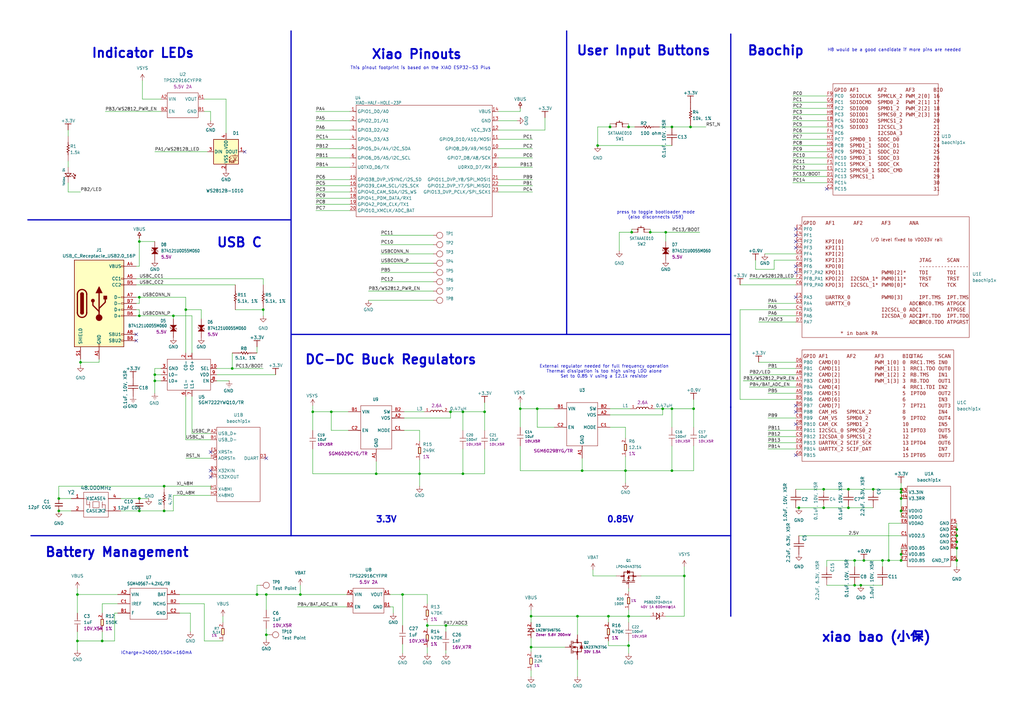
<source format=kicad_sch>
(kicad_sch (version 20250114) (generator "eeschema") (generator_version "9.0")
  (paper "A3")
  (title_block (title "xiao bao 小保") (rev "v1") (company "Baochip, Inc.") (comment 1 "Copyright 2026 ") (comment 2 "CERN OHL-W-2.0"))
  (text "DC-DC Buck Regulators" (at 124.841 149.86 0) (effects (font (size 3.81 3.81) (bold yes)) (justify left bottom)))
  (text "External regulator needed for full frequency operation\nThermal dissipation is too high using LDO alone\nSet to 0.85 V using a 12.1k resistor" (at 247.777 152.4 0) (effects (font (size 1.27 1.27))))
  (text "This pinout footprint is based on the XIAO ESP32-S3 Plus" (at 172.466 27.94 0) (effects (font (size 1.27 1.27))))
  (text "0.85V" (at 248.793 214.63 0) (effects (font (size 2.54 2.54) (bold yes)) (justify left bottom)))
  (text "Baochip" (at 306.324 23.114 0) (effects (font (size 3.81 3.81) (bold yes)) (justify left bottom)))
  (text "Battery Management" (at 18.288 228.854 0) (effects (font (size 3.81 3.81) (bold yes)) (justify left bottom)))
  (text "H8 would be a good candidate if more pins are needed" (at 366.776 20.574 0) (effects (font (size 1.27 1.27))))
  (text "xiao bao (小保)" (at 336.804 263.652 0) (effects (font (size 3.81 3.81) (bold yes)) (justify left bottom)))
  (text "Xiao Pinouts" (at 152.146 24.638 0) (effects (font (size 3.81 3.81) (bold yes)) (justify left bottom)))
  (text "ICharge=24000/150K=160mA" (at 49.53 268.605 0) (effects (font (size 1.27 1.27)) (justify left bottom)))
  (text "Indicator LEDs" (at 37.338 24.13 0) (effects (font (size 3.81 3.81) (bold yes)) (justify left bottom)))
  (text "press to toggle bootloader mode\n(also disconnects USB)" (at 268.986 88.138 0) (effects (font (size 1.27 1.27))))
  (text "3.3V " (at 164.846 214.63 0) (effects (font (size 2.54 2.54) (bold yes)) (justify right bottom)))
  (text "USB C" (at 88.646 101.854 0) (effects (font (size 3.81 3.81) (bold yes)) (justify left bottom)))
  (text "User Input Buttons" (at 236.22 23.114 0) (effects (font (size 3.81 3.81) (bold yes)) (justify left bottom)))
  (junction (at 76.2 127))
  (junction (at 350.52 240.03))
  (junction (at 347.98 200.66))
  (junction (at 41.91 262.89))
  (junction (at 392.43 224.79))
  (junction (at 392.43 222.25))
  (junction (at 217.805 252.73))
  (junction (at 182.88 256.54))
  (junction (at 57.15 99.06))
  (junction (at 350.52 229.87))
  (junction (at 57.15 121.92))
  (junction (at 369.57 209.55))
  (junction (at 369.57 200.66))
  (junction (at 250.19 52.07))
  (junction (at 364.49 229.87))
  (junction (at 353.06 240.03))
  (junction (at 63.5 156.21))
  (junction (at 284.48 167.64))
  (junction (at 24.13 204.47))
  (junction (at 275.59 193.04))
  (junction (at 392.43 219.71))
  (junction (at 283.21 52.07))
  (junction (at 220.345 167.64))
  (junction (at 189.865 194.31))
  (junction (at 184.785 168.91))
  (junction (at 135.89 168.91))
  (junction (at 63.5 153.67))
  (junction (at 337.82 208.28))
  (junction (at 67.31 209.55))
  (junction (at 71.12 129.54))
  (junction (at 273.05 95.25))
  (junction (at 165.1 243.84))
  (junction (at 369.57 229.87))
  (junction (at 57.15 204.47))
  (junction (at 347.98 208.28))
  (junction (at 369.57 227.33))
  (junction (at 67.31 199.39))
  (junction (at 271.78 167.64))
  (junction (at 369.57 204.47))
  (junction (at 257.81 264.795))
  (junction (at 123.19 243.84))
  (junction (at 238.76 193.04))
  (junction (at 57.15 209.55))
  (junction (at 95.25 151.13))
  (junction (at 275.59 167.64))
  (junction (at 109.22 260.35))
  (junction (at 392.43 229.87))
  (junction (at 361.95 229.87))
  (junction (at 154.305 194.31))
  (junction (at 107.95 127))
  (junction (at 257.81 52.07))
  (junction (at 256.54 193.04))
  (junction (at 354.33 229.87))
  (junction (at 198.755 168.91))
  (junction (at 280.67 236.22))
  (junction (at 327.66 208.28))
  (junction (at 128.27 168.91))
  (junction (at 358.14 200.66))
  (junction (at 213.36 167.64))
  (junction (at 109.22 243.84))
  (junction (at 249.555 252.73))
  (junction (at 257.81 252.73))
  (junction (at 31.75 243.84))
  (junction (at 105.41 243.84))
  (junction (at 266.7 95.25))
  (junction (at 245.11 59.69))
  (junction (at 172.085 194.31))
  (junction (at 337.82 200.66))
  (junction (at 175.26 256.54))
  (junction (at 31.75 262.89))
  (junction (at 57.15 129.54))
  (junction (at 236.855 252.73))
  (junction (at 189.865 168.91))
  (junction (at 392.43 217.17))
  (junction (at 275.59 52.07))
  (junction (at 33.02 148.59))
  (junction (at 217.805 265.43))
  (junction (at 24.13 209.55))
  (junction (at 259.08 95.25))
  (junction (at 369.57 201.93))
  (no_connect (at 339.09 77.47))
  (no_connect (at 109.22 187.96))
  (no_connect (at 86.36 185.42))
  (no_connect (at 100.33 62.23))
  (no_connect (at 326.39 111.76))
  (no_connect (at 55.88 139.7))
  (no_connect (at 326.39 186.69))
  (no_connect (at 326.39 101.6))
  (no_connect (at 86.36 193.04))
  (no_connect (at 326.39 96.52))
  (no_connect (at 326.39 109.22))
  (no_connect (at 326.39 173.99))
  (no_connect (at 326.39 93.98))
  (no_connect (at 326.39 121.92))
  (no_connect (at 326.39 168.91))
  (no_connect (at 326.39 166.37))
  (no_connect (at 86.36 195.58))
  (no_connect (at 55.88 137.16))
  (no_connect (at 326.39 99.06))
  (wire (pts (xy 109.22 257.81) (xy 109.22 260.35)))
  (wire (pts (xy 76.2 187.96) (xy 86.36 187.96)))
  (wire (pts (xy 175.26 255.27) (xy 175.26 256.54)))
  (wire (pts (xy 83.82 262.89) (xy 91.44 262.89)))
  (wire (pts (xy 236.855 252.73) (xy 236.855 260.35)))
  (wire (pts (xy 128.27 194.31) (xy 154.305 194.31)))
  (wire (pts (xy 161.29 251.46) (xy 161.29 248.92)))
  (wire (pts (xy 326.39 106.68) (xy 317.5 106.68)))
  (wire (pts (xy 369.57 214.63) (xy 364.49 214.63)))
  (wire (pts (xy 213.36 167.64) (xy 220.345 167.64)))
  (wire (pts (xy 245.11 52.07) (xy 245.11 59.69)))
  (wire (pts (xy 327.66 219.71) (xy 369.57 219.71)))
  (wire (pts (xy 223.52 48.26) (xy 223.52 53.34)))
  (wire (pts (xy 33.02 149.86) (xy 33.02 148.59)))
  (wire (pts (xy 198.755 184.15) (xy 198.755 194.31)))
  (wire (pts (xy 73.66 247.65) (xy 83.82 247.65)))
  (wire (pts (xy 392.43 217.17) (xy 392.43 219.71)))
  (wire (pts (xy 250.19 170.18) (xy 271.78 170.18)))
  (wire (pts (xy 339.09 229.87) (xy 339.09 232.41)))
  (wire (pts (xy 314.96 184.15) (xy 326.39 184.15)))
  (wire (pts (xy 161.29 248.92) (xy 160.02 248.92)))
  (wire (pts (xy 78.105 251.46) (xy 78.105 259.08)))
  (wire (pts (xy 41.91 247.65) (xy 48.26 247.65)))
  (wire (pts (xy 76.2 127) (xy 76.2 144.78)))
  (wire (pts (xy 175.26 265.43) (xy 175.26 267.97)))
  (wire (pts (xy 257.81 252.73) (xy 266.7 252.73)))
  (wire (pts (xy 213.36 193.04) (xy 238.76 193.04)))
  (wire (pts (xy 83.82 247.65) (xy 83.82 262.89)))
  (wire (pts (xy 325.12 49.53) (xy 339.09 49.53)))
  (wire (pts (xy 347.98 200.66) (xy 358.14 200.66)))
  (wire (pts (xy 142.875 176.53) (xy 135.89 176.53)))
  (wire (pts (xy 24.13 199.39) (xy 24.13 204.47)))
  (wire (pts (xy 66.04 151.13) (xy 63.5 151.13)))
  (wire (pts (xy 254 95.25) (xy 254 102.87)))
  (wire (pts (xy 57.15 99.06) (xy 63.5 99.06)))
  (wire (pts (xy 369.57 204.47) (xy 369.57 209.55)))
  (wire (pts (xy 284.48 167.64) (xy 284.48 175.26)))
  (wire (pts (xy 67.31 199.39) (xy 86.36 199.39)))
  (polyline (pts (xy 232.41 12.7) (xy 232.41 137.16)) (stroke (width 0.508) (type solid)))
  (wire (pts (xy 303.53 116.84) (xy 326.39 116.84)))
  (wire (pts (xy 31.75 243.84) (xy 48.26 243.84)))
  (wire (pts (xy 325.12 46.99) (xy 339.09 46.99)))
  (wire (pts (xy 165.1 243.84) (xy 165.1 256.54)))
  (wire (pts (xy 364.49 229.87) (xy 369.57 229.87)))
  (wire (pts (xy 129.54 78.74) (xy 143.51 78.74)))
  (wire (pts (xy 217.805 261.62) (xy 217.805 265.43)))
  (wire (pts (xy 86.36 177.8) (xy 78.74 177.8)))
  (wire (pts (xy 57.15 127) (xy 57.15 129.54)))
  (wire (pts (xy 392.43 222.25) (xy 392.43 224.79)))
  (polyline (pts (xy 299.72 13.97) (xy 299.72 167.132)) (stroke (width 0.508) (type solid)))
  (wire (pts (xy 31.75 243.84) (xy 31.75 251.46)))
  (wire (pts (xy 271.78 170.18) (xy 271.78 167.64)))
  (wire (pts (xy 326.39 200.66) (xy 337.82 200.66)))
  (wire (pts (xy 63.5 62.23) (xy 85.09 62.23)))
  (wire (pts (xy 129.54 49.53) (xy 143.51 49.53)))
  (wire (pts (xy 33.02 148.59) (xy 33.02 147.32)))
  (wire (pts (xy 76.2 162.56) (xy 76.2 180.34)))
  (wire (pts (xy 107.95 129.54) (xy 107.95 127)))
  (wire (pts (xy 129.54 60.96) (xy 143.51 60.96)))
  (wire (pts (xy 268.605 167.64) (xy 271.78 167.64)))
  (wire (pts (xy 156.21 104.14) (xy 177.8 104.14)))
  (wire (pts (xy 257.81 50.8) (xy 257.81 52.07)))
  (wire (pts (xy 280.67 236.22) (xy 280.67 252.73)))
  (wire (pts (xy 76.2 180.34) (xy 86.36 180.34)))
  (wire (pts (xy 82.55 130.81) (xy 82.55 127)))
  (wire (pts (xy 128.27 168.91) (xy 128.27 176.53)))
  (wire (pts (xy 109.22 243.84) (xy 109.22 250.19)))
  (wire (pts (xy 57.15 99.06) (xy 57.15 109.22)))
  (wire (pts (xy 129.54 86.36) (xy 143.51 86.36)))
  (wire (pts (xy 189.865 184.15) (xy 189.865 194.31)))
  (wire (pts (xy 303.53 127) (xy 326.39 127)))
  (wire (pts (xy 218.44 60.96) (xy 204.47 60.96)))
  (wire (pts (xy 46.99 251.46) (xy 46.99 262.89)))
  (wire (pts (xy 204.47 45.72) (xy 213.36 45.72)))
  (wire (pts (xy 129.54 45.72) (xy 143.51 45.72)))
  (wire (pts (xy 129.54 76.2) (xy 143.51 76.2)))
  (wire (pts (xy 121.92 248.92) (xy 142.24 248.92)))
  (wire (pts (xy 257.81 252.73) (xy 257.81 255.27)))
  (wire (pts (xy 135.89 168.91) (xy 142.875 168.91)))
  (wire (pts (xy 92.71 40.64) (xy 83.82 40.64)))
  (wire (pts (xy 57.15 129.54) (xy 71.12 129.54)))
  (wire (pts (xy 57.15 204.47) (xy 60.96 204.47)))
  (wire (pts (xy 369.57 200.66) (xy 369.57 201.93)))
  (wire (pts (xy 165.735 171.45) (xy 184.785 171.45)))
  (wire (pts (xy 317.5 106.68) (xy 317.5 110.49)))
  (wire (pts (xy 184.785 168.91) (xy 189.865 168.91)))
  (wire (pts (xy 311.15 148.59) (xy 326.39 148.59)))
  (wire (pts (xy 156.21 96.52) (xy 177.8 96.52)))
  (wire (pts (xy 257.81 250.19) (xy 257.81 252.73)))
  (wire (pts (xy 218.44 78.74) (xy 204.47 78.74)))
  (wire (pts (xy 71.12 129.54) (xy 78.74 129.54)))
  (wire (pts (xy 71.12 129.54) (xy 71.12 130.81)))
  (wire (pts (xy 49.53 209.55) (xy 57.15 209.55)))
  (wire (pts (xy 129.54 83.82) (xy 143.51 83.82)))
  (wire (pts (xy 57.15 121.92) (xy 76.2 121.92)))
  (wire (pts (xy 88.9 156.21) (xy 93.98 156.21)))
  (wire (pts (xy 369.57 224.79) (xy 369.57 227.33)))
  (wire (pts (xy 275.59 167.64) (xy 275.59 175.26)))
  (wire (pts (xy 57.15 97.79) (xy 57.15 99.06)))
  (wire (pts (xy 204.47 49.53) (xy 212.09 49.53)))
  (wire (pts (xy 217.805 265.43) (xy 217.805 267.335)))
  (wire (pts (xy 325.12 57.15) (xy 339.09 57.15)))
  (wire (pts (xy 27.94 53.34) (xy 27.94 55.88)))
  (wire (pts (xy 266.7 95.25) (xy 273.05 95.25)))
  (wire (pts (xy 128.27 184.15) (xy 128.27 194.31)))
  (wire (pts (xy 198.755 194.31) (xy 189.865 194.31)))
  (wire (pts (xy 31.75 262.89) (xy 31.75 266.7)))
  (wire (pts (xy 63.5 151.13) (xy 63.5 153.67)))
  (wire (pts (xy 307.34 153.67) (xy 326.39 153.67)))
  (wire (pts (xy 67.31 209.55) (xy 71.12 209.55)))
  (wire (pts (xy 175.26 243.84) (xy 165.1 243.84)))
  (wire (pts (xy 129.54 53.34) (xy 143.51 53.34)))
  (wire (pts (xy 314.96 129.54) (xy 326.39 129.54)))
  (wire (pts (xy 392.43 224.79) (xy 392.43 229.87)))
  (wire (pts (xy 57.15 109.22) (xy 55.88 109.22)))
  (wire (pts (xy 273.05 252.73) (xy 280.67 252.73)))
  (wire (pts (xy 129.54 81.28) (xy 143.51 81.28)))
  (wire (pts (xy 58.42 40.64) (xy 66.04 40.64)))
  (wire (pts (xy 55.88 129.54) (xy 57.15 129.54)))
  (wire (pts (xy 57.15 124.46) (xy 55.88 124.46)))
  (wire (pts (xy 273.05 95.25) (xy 287.02 95.25)))
  (polyline (pts (xy 119.38 12.7) (xy 119.38 219.71)) (stroke (width 0.508) (type solid)))
  (wire (pts (xy 175.26 247.65) (xy 175.26 243.84)))
  (wire (pts (xy 314.96 171.45) (xy 326.39 171.45)))
  (wire (pts (xy 128.27 166.37) (xy 128.27 168.91)))
  (wire (pts (xy 189.865 194.31) (xy 172.085 194.31)))
  (wire (pts (xy 309.88 106.68) (xy 309.88 110.49)))
  (wire (pts (xy 350.52 229.87) (xy 354.33 229.87)))
  (wire (pts (xy 24.13 209.55) (xy 29.21 209.55)))
  (wire (pts (xy 257.81 241.3) (xy 257.81 242.57)))
  (wire (pts (xy 76.2 121.92) (xy 76.2 127)))
  (wire (pts (xy 227.33 175.26) (xy 220.345 175.26)))
  (wire (pts (xy 314.96 181.61) (xy 326.39 181.61)))
  (wire (pts (xy 49.53 204.47) (xy 57.15 204.47)))
  (wire (pts (xy 41.91 259.08) (xy 41.91 262.89)))
  (wire (pts (xy 128.27 168.91) (xy 135.89 168.91)))
  (wire (pts (xy 165.1 264.16) (xy 165.1 267.97)))
  (wire (pts (xy 106.68 240.03) (xy 105.41 240.03)))
  (wire (pts (xy 325.12 59.69) (xy 339.09 59.69)))
  (wire (pts (xy 314.96 176.53) (xy 326.39 176.53)))
  (wire (pts (xy 43.18 45.72) (xy 66.04 45.72)))
  (wire (pts (xy 172.085 188.595) (xy 172.085 194.31)))
  (wire (pts (xy 129.54 57.15) (xy 143.51 57.15)))
  (wire (pts (xy 218.44 64.77) (xy 204.47 64.77)))
  (wire (pts (xy 314.96 151.13) (xy 326.39 151.13)))
  (wire (pts (xy 369.57 198.12) (xy 369.57 200.66)))
  (wire (pts (xy 284.48 182.88) (xy 284.48 193.04)))
  (wire (pts (xy 249.555 252.73) (xy 249.555 255.27)))
  (wire (pts (xy 325.12 62.23) (xy 339.09 62.23)))
  (wire (pts (xy 92.71 40.64) (xy 92.71 54.61)))
  (wire (pts (xy 236.855 270.51) (xy 236.855 277.495)))
  (wire (pts (xy 109.22 260.35) (xy 109.22 262.255)))
  (wire (pts (xy 213.36 165.1) (xy 213.36 167.64)))
  (wire (pts (xy 280.67 232.41) (xy 280.67 236.22)))
  (wire (pts (xy 270.51 52.07) (xy 275.59 52.07)))
  (wire (pts (xy 156.21 107.95) (xy 177.8 107.95)))
  (wire (pts (xy 303.53 163.83) (xy 303.53 127)))
  (wire (pts (xy 88.9 153.67) (xy 113.03 153.67)))
  (wire (pts (xy 275.59 52.07) (xy 283.21 52.07)))
  (wire (pts (xy 325.12 39.37) (xy 339.09 39.37)))
  (wire (pts (xy 317.5 110.49) (xy 309.88 110.49)))
  (wire (pts (xy 325.12 74.93) (xy 339.09 74.93)))
  (wire (pts (xy 86.36 203.2) (xy 71.12 203.2)))
  (wire (pts (xy 256.54 193.04) (xy 256.54 198.12)))
  (wire (pts (xy 213.36 167.64) (xy 213.36 175.26)))
  (polyline (pts (xy 11.43 90.17) (xy 119.38 90.17)) (stroke (width 0.508) (type solid)))
  (wire (pts (xy 78.74 162.56) (xy 78.74 177.8)))
  (wire (pts (xy 353.06 240.03) (xy 361.95 240.03)))
  (wire (pts (xy 392.43 219.71) (xy 392.43 222.25)))
  (wire (pts (xy 271.78 167.64) (xy 275.59 167.64)))
  (wire (pts (xy 249.555 262.89) (xy 249.555 264.795)))
  (wire (pts (xy 254 95.25) (xy 259.08 95.25)))
  (wire (pts (xy 41.91 251.46) (xy 41.91 247.65)))
  (wire (pts (xy 326.39 208.28) (xy 327.66 208.28)))
  (wire (pts (xy 213.36 182.88) (xy 213.36 193.04)))
  (wire (pts (xy 369.57 227.33) (xy 369.57 229.87)))
  (wire (pts (xy 361.95 229.87) (xy 361.95 232.41)))
  (wire (pts (xy 204.47 73.66) (xy 218.44 73.66)))
  (wire (pts (xy 78.74 129.54) (xy 78.74 144.78)))
  (wire (pts (xy 198.755 165.1) (xy 198.755 168.91)))
  (wire (pts (xy 57.15 127) (xy 55.88 127)))
  (wire (pts (xy 275.59 182.88) (xy 275.59 193.04)))
  (wire (pts (xy 151.13 119.38) (xy 177.8 119.38)))
  (wire (pts (xy 325.12 69.85) (xy 339.09 69.85)))
  (wire (pts (xy 218.44 76.2) (xy 204.47 76.2)))
  (wire (pts (xy 82.55 127) (xy 76.2 127)))
  (wire (pts (xy 91.44 252.73) (xy 91.44 255.27)))
  (wire (pts (xy 217.805 274.955) (xy 217.805 277.495)))
  (wire (pts (xy 165.1 243.84) (xy 160.02 243.84)))
  (wire (pts (xy 354.33 229.87) (xy 361.95 229.87)))
  (wire (pts (xy 105.41 240.03) (xy 105.41 243.84)))
  (wire (pts (xy 189.865 168.91) (xy 189.865 176.53)))
  (wire (pts (xy 275.59 193.04) (xy 256.54 193.04)))
  (polyline (pts (xy 119.38 137.16) (xy 299.72 137.16)) (stroke (width 0.508) (type solid)))
  (wire (pts (xy 95.25 151.13) (xy 107.95 151.13)))
  (wire (pts (xy 55.88 116.84) (xy 96.52 116.84)))
  (wire (pts (xy 250.19 50.8) (xy 250.19 52.07)))
  (wire (pts (xy 326.39 163.83) (xy 303.53 163.83)))
  (wire (pts (xy 105.41 243.84) (xy 109.22 243.84)))
  (wire (pts (xy 182.88 256.54) (xy 182.88 259.08)))
  (wire (pts (xy 123.19 243.84) (xy 142.24 243.84)))
  (wire (pts (xy 257.81 264.795) (xy 257.81 267.97)))
  (polyline (pts (xy 12.7 219.71) (xy 299.72 219.71)) (stroke (width 0.508) (type solid)))
  (wire (pts (xy 154.305 189.23) (xy 154.305 194.31)))
  (wire (pts (xy 238.76 187.96) (xy 238.76 193.04)))
  (wire (pts (xy 151.13 123.19) (xy 177.8 123.19)))
  (wire (pts (xy 33.02 148.59) (xy 40.64 148.59)))
  (wire (pts (xy 325.12 52.07) (xy 339.09 52.07)))
  (wire (pts (xy 184.785 171.45) (xy 184.785 168.91)))
  (wire (pts (xy 325.12 54.61) (xy 339.09 54.61)))
  (wire (pts (xy 266.7 93.98) (xy 266.7 95.25)))
  (wire (pts (xy 256.54 175.26) (xy 256.54 179.705)))
  (wire (pts (xy 31.75 241.3) (xy 31.75 243.84)))
  (wire (pts (xy 304.8 156.21) (xy 326.39 156.21)))
  (wire (pts (xy 71.12 203.2) (xy 71.12 209.55)))
  (wire (pts (xy 257.81 52.07) (xy 260.35 52.07)))
  (wire (pts (xy 172.085 176.53) (xy 172.085 180.975)))
  (wire (pts (xy 392.43 229.87) (xy 392.43 232.41)))
  (wire (pts (xy 204.47 53.34) (xy 223.52 53.34)))
  (wire (pts (xy 256.54 187.325) (xy 256.54 193.04)))
  (wire (pts (xy 325.12 67.31) (xy 339.09 67.31)))
  (wire (pts (xy 220.345 167.64) (xy 227.33 167.64)))
  (wire (pts (xy 172.085 194.31) (xy 172.085 199.39)))
  (wire (pts (xy 57.15 121.92) (xy 55.88 121.92)))
  (wire (pts (xy 86.36 49.53) (xy 86.36 45.72)))
  (wire (pts (xy 307.34 114.3) (xy 326.39 114.3)))
  (wire (pts (xy 109.22 260.35) (xy 110.49 260.35)))
  (wire (pts (xy 218.44 57.15) (xy 204.47 57.15)))
  (wire (pts (xy 262.89 236.22) (xy 280.67 236.22)))
  (wire (pts (xy 63.5 153.67) (xy 63.5 156.21)))
  (wire (pts (xy 58.42 33.02) (xy 58.42 40.64)))
  (wire (pts (xy 243.205 236.22) (xy 252.73 236.22)))
  (wire (pts (xy 27.94 66.04) (xy 27.94 68.58)))
  (wire (pts (xy 165.735 176.53) (xy 172.085 176.53)))
  (wire (pts (xy 347.98 208.28) (xy 358.14 208.28)))
  (wire (pts (xy 314.96 124.46) (xy 326.39 124.46)))
  (wire (pts (xy 217.805 265.43) (xy 231.775 265.43)))
  (wire (pts (xy 245.11 59.69) (xy 275.59 59.69)))
  (wire (pts (xy 63.5 153.67) (xy 66.04 153.67)))
  (wire (pts (xy 220.345 175.26) (xy 220.345 167.64)))
  (wire (pts (xy 46.99 262.89) (xy 41.91 262.89)))
  (wire (pts (xy 275.59 167.64) (xy 284.48 167.64)))
  (wire (pts (xy 95.25 144.78) (xy 95.25 151.13)))
  (wire (pts (xy 129.54 73.66) (xy 143.51 73.66)))
  (wire (pts (xy 27.94 74.93) (xy 27.94 78.74)))
  (wire (pts (xy 57.15 121.92) (xy 57.15 124.46)))
  (wire (pts (xy 129.54 64.77) (xy 143.51 64.77)))
  (wire (pts (xy 311.15 132.08) (xy 326.39 132.08)))
  (wire (pts (xy 249.555 264.795) (xy 257.81 264.795)))
  (wire (pts (xy 175.26 256.54) (xy 175.26 257.81)))
  (wire (pts (xy 182.88 266.7) (xy 182.88 267.97)))
  (wire (pts (xy 165.735 168.91) (xy 173.99 168.91)))
  (wire (pts (xy 175.26 256.54) (xy 182.88 256.54)))
  (wire (pts (xy 109.22 243.84) (xy 123.19 243.84)))
  (wire (pts (xy 358.14 200.66) (xy 369.57 200.66)))
  (wire (pts (xy 156.21 111.76) (xy 177.8 111.76)))
  (wire (pts (xy 217.805 252.73) (xy 236.855 252.73)))
  (wire (pts (xy 73.66 243.84) (xy 105.41 243.84)))
  (wire (pts (xy 182.88 256.54) (xy 191.77 256.54)))
  (wire (pts (xy 31.75 259.08) (xy 31.75 262.89)))
  (wire (pts (xy 40.64 148.59) (xy 40.64 147.32)))
  (wire (pts (xy 259.08 93.98) (xy 259.08 95.25)))
  (wire (pts (xy 314.96 179.07) (xy 326.39 179.07)))
  (wire (pts (xy 243.205 233.68) (xy 243.205 236.22)))
  (wire (pts (xy 257.81 262.89) (xy 257.81 264.795)))
  (wire (pts (xy 156.21 100.33) (xy 177.8 100.33)))
  (wire (pts (xy 55.88 114.3) (xy 107.95 114.3)))
  (wire (pts (xy 350.52 240.03) (xy 353.06 240.03)))
  (wire (pts (xy 250.19 167.64) (xy 258.445 167.64)))
  (wire (pts (xy 249.555 252.73) (xy 257.81 252.73)))
  (wire (pts (xy 96.52 127) (xy 107.95 127)))
  (wire (pts (xy 245.11 52.07) (xy 250.19 52.07)))
  (wire (pts (xy 238.76 193.04) (xy 256.54 193.04)))
  (wire (pts (xy 339.09 240.03) (xy 350.52 240.03)))
  (wire (pts (xy 31.75 262.89) (xy 41.91 262.89)))
  (wire (pts (xy 284.48 163.83) (xy 284.48 167.64)))
  (wire (pts (xy 107.95 116.84) (xy 107.95 114.3)))
  (wire (pts (xy 33.02 78.74) (xy 27.94 78.74)))
  (wire (pts (xy 63.5 156.21) (xy 63.5 161.29)))
  (wire (pts (xy 63.5 156.21) (xy 66.04 156.21)))
  (wire (pts (xy 250.19 175.26) (xy 256.54 175.26)))
  (wire (pts (xy 369.57 201.93) (xy 369.57 204.47)))
  (wire (pts (xy 57.15 209.55) (xy 67.31 209.55)))
  (wire (pts (xy 313.69 104.14) (xy 326.39 104.14)))
  (wire (pts (xy 48.26 251.46) (xy 46.99 251.46)))
  (wire (pts (xy 218.44 68.58) (xy 204.47 68.58)))
  (wire (pts (xy 184.15 168.91) (xy 184.785 168.91)))
  (wire (pts (xy 105.41 142.24) (xy 105.41 144.78)))
  (wire (pts (xy 283.21 52.07) (xy 289.56 52.07)))
  (wire (pts (xy 24.13 199.39) (xy 67.31 199.39)))
  (wire (pts (xy 364.49 214.63) (xy 364.49 229.87)))
  (wire (pts (xy 361.95 229.87) (xy 364.49 229.87)))
  (polyline (pts (xy 299.72 166.878) (xy 299.72 252.73)) (stroke (width 0.508) (type solid)))
  (wire (pts (xy 88.9 151.13) (xy 95.25 151.13)))
  (wire (pts (xy 325.12 72.39) (xy 339.09 72.39)))
  (wire (pts (xy 189.865 168.91) (xy 198.755 168.91)))
  (wire (pts (xy 369.57 209.55) (xy 369.57 212.09)))
  (wire (pts (xy 325.12 64.77) (xy 339.09 64.77)))
  (wire (pts (xy 314.96 161.29) (xy 326.39 161.29)))
  (wire (pts (xy 337.82 200.66) (xy 347.98 200.66)))
  (wire (pts (xy 213.36 45.72) (xy 213.36 44.45)))
  (wire (pts (xy 327.66 208.28) (xy 337.82 208.28)))
  (wire (pts (xy 325.12 44.45) (xy 339.09 44.45)))
  (wire (pts (xy 135.89 176.53) (xy 135.89 168.91)))
  (wire (pts (xy 284.48 193.04) (xy 275.59 193.04)))
  (wire (pts (xy 273.05 99.06) (xy 273.05 95.25)))
  (wire (pts (xy 156.21 115.57) (xy 177.8 115.57)))
  (wire (pts (xy 392.43 214.63) (xy 392.43 217.17)))
  (wire (pts (xy 337.82 208.28) (xy 347.98 208.28)))
  (wire (pts (xy 307.34 158.75) (xy 326.39 158.75)))
  (wire (pts (xy 325.12 41.91) (xy 339.09 41.91)))
  (wire (pts (xy 198.755 168.91) (xy 198.755 176.53)))
  (wire (pts (xy 350.52 229.87) (xy 350.52 232.41)))
  (wire (pts (xy 217.805 250.19) (xy 217.805 252.73)))
  (wire (pts (xy 123.19 240.03) (xy 123.19 243.84)))
  (wire (pts (xy 350.52 229.87) (xy 339.09 229.87)))
  (wire (pts (xy 86.36 45.72) (xy 83.82 45.72)))
  (wire (pts (xy 217.805 252.73) (xy 217.805 255.27)))
  (wire (pts (xy 129.54 68.58) (xy 143.51 68.58)))
  (wire (pts (xy 236.855 252.73) (xy 249.555 252.73)))
  (wire (pts (xy 73.66 251.46) (xy 78.105 251.46)))
  (wire (pts (xy 86.36 199.39) (xy 86.36 200.66)))
  (wire (pts (xy 154.305 194.31) (xy 172.085 194.31)))
  (wire (pts (xy 24.13 204.47) (xy 29.21 204.47)))
  (label "PB4{slash}BAT_ADC_EN" (at 307.34 158.75 0))
  (label "PA5" (at 129.54 49.53 0))
  (label "PA7{slash}ADC3" (at 311.15 132.08 0))
  (label "PC10" (at 325.12 64.77 0))
  (label "PC10" (at 156.21 100.33 0))
  (label "PB9" (at 314.96 171.45 0))
  (label "PA7{slash}ADC3" (at 191.77 256.54 180))
  (label "PC12" (at 156.21 115.57 0))
  (label "PC9" (at 129.54 81.28 0))
  (label "PC14" (at 129.54 57.15 0))
  (label "USBC_P" (at 78.74 177.8 0))
  (label "USBC_CC1" (at 57.15 114.3 0))
  (label "PC4" (at 218.44 78.74 180))
  (label "PB13" (at 314.96 181.61 0))
  (label "RST_N" (at 76.2 187.96 0))
  (label "PB5" (at 156.21 111.76 0))
  (label "XO_48M" (at 72.39 203.2 0))
  (label "PC5" (at 129.54 76.2 0))
  (label "USBCONN_P" (at 58.42 129.54 0))
  (label "PB3{slash}WS2812_PWR_EN" (at 151.13 119.38 0))
  (label "PB12" (at 129.54 60.96 0))
  (label "PB5" (at 314.96 161.29 0))
  (label "PB3{slash}WS2812_PWR_EN" (at 43.18 45.72 0))
  (label "PC3" (at 325.12 46.99 0))
  (label "PC13{slash}BOOT" (at 287.02 95.25 180))
  (label "PC14" (at 325.12 74.93 0))
  (label "PB1" (at 218.44 76.2 180))
  (label "PA6" (at 129.54 53.34 0))
  (label "PC13{slash}BOOT" (at 325.12 72.39 0))
  (label "PC0" (at 325.12 39.37 0))
  (label "PB13" (at 218.44 68.58 180))
  (label "RST_N" (at 289.56 52.07 0))
  (label "PA1{slash}WS2812B_LED" (at 63.5 62.23 0))
  (label "PB14" (at 129.54 68.58 0))
  (label "PB11" (at 314.96 176.53 0))
  (label "PB14" (at 314.96 184.15 0))
  (label "PC4" (at 325.12 49.53 0))
  (label "PB2{slash}LED" (at 33.02 78.74 0))
  (label "PC1" (at 325.12 41.91 0))
  (label "PC8" (at 129.54 83.82 0))
  (label "PC6" (at 129.54 73.66 0))
  (label "PC11" (at 325.12 67.31 0))
  (label "PC12" (at 325.12 69.85 0))
  (label "PB3{slash}WS2812_PWR_EN" (at 304.8 156.21 0))
  (label "PC2" (at 325.12 44.45 0))
  (label "PC8" (at 325.12 59.69 0))
  (label "PC13{slash}BOOT" (at 107.95 151.13 180))
  (label "PC2" (at 218.44 60.96 180))
  (label "PC0" (at 218.44 64.77 180))
  (label "PC3" (at 129.54 78.74 0))
  (label "PB12" (at 314.96 179.07 0))
  (label "USBCONN_N" (at 58.42 121.92 0))
  (label "PB11" (at 129.54 64.77 0))
  (label "PC7" (at 129.54 86.36 0))
  (label "USBCONN_P" (at 156.21 107.95 0))
  (label "PB4{slash}BAT_ADC_EN" (at 121.92 248.92 0))
  (label "2.5V" (at 347.98 219.71 0))
  (label "PB1" (at 314.96 151.13 0))
  (label "XI_48M" (at 72.39 199.39 0))
  (label "PA4" (at 129.54 45.72 0))
  (label "USBCONN_N" (at 156.21 104.14 0))
  (label "PC7" (at 325.12 57.15 0))
  (label "PB2{slash}LED" (at 307.34 153.67 0))
  (label "PC5" (at 325.12 52.07 0))
  (label "PB9" (at 218.44 73.66 180))
  (label "PA1{slash}WS2812B_LED" (at 307.34 114.3 0))
  (label "PA5" (at 314.96 127 0))
  (label "PA4" (at 314.96 124.46 0))
  (label "PA6" (at 314.96 129.54 0))
  (label "USBC_CC2" (at 57.15 116.84 0))
  (label "PC11" (at 156.21 96.52 0))
  (label "PC6" (at 325.12 54.61 0))
  (label "PC1" (at 218.44 57.15 180))
  (label "PC9" (at 325.12 62.23 0))
  (label "USBC_N" (at 76.2 180.34 0))
  (symbol (lib_id "P & G:GND") (at 92.71 69.85 0) (unit 1)
    (property "Reference" "#PWR021" (effects (hide yes)))
    (property "Value" "GND" (at 92.71 73.66 0))
  )
  (symbol (lib_id "XIAO ESP32S3_v1.2_230725-eagle-import:TEST-POINT'4545'") (at 180.34 119.38 0) (unit 1) (in_bom no)
    (property "Reference" "TP7" (at 182.88 119.38 0) (effects (font (size 1.27 1.0795)) (justify left bottom)))
    (property "Value" "TEST-POINT'4545'" (effects (hide yes)))
    (property "Footprint" "xiao:TP-D45MIL" (effects (hide yes)))
  )
  (symbol (lib_id "P & G:+5V") (at 128.27 166.37 0) (unit 1)
    (property "Reference" "#PWR044" (effects (hide yes)))
    (property "Value" "VSYS" (at 128.016 162.306 0))
  )
  (symbol (lib_id "power-altium-import:P1.8V_BAR") (at 198.755 165.1 180) (unit 1)
    (property "Reference" "#PWR046" (effects (hide yes)))
    (property "Value" "+3.3V" (at 198.755 161.29 0))
  )
  (symbol (lib_id "P & G:+3V3") (at 31.75 241.3 0) (unit 1)
    (property "Reference" "#PWR060" (effects (hide yes)))
    (property "Value" "VBUS" (at 31.75 236.22 0))
  )
  (symbol (lib_id "P & G:GND") (at 256.54 198.12 0) (unit 1)
    (property "Reference" "#PWR017" (effects (hide yes)))
    (property "Value" "GND" (at 256.54 201.93 0))
  )
  (symbol (lib_id "power-altium-import:root_3_Res1") (at 285.75 44.45 0) (unit 1)
    (property "Reference" "R4" (at 283.972 46.736 0) (effects (justify left bottom)))
    (property "Value" "10k, 1%" (at 283.972 49.276 0) (effects (justify left bottom)))
    (property "Footprint" "Resistor_SMD:R_0201_0603Metric" (effects (hide yes)))
    (property "Description" "Resistor" (effects (hide yes)))
    (property "MYPN" "R-103-1P-1_16W-0402" (effects (hide yes)))
    (property "MPN" "ANY" (effects (hide yes)))
    (property "LCSC" "C106225" (effects (hide yes)))
  )
  (symbol (lib_id "Seeed_libadl:Mosfet/305031466") (at 257.81 236.22 90) (unit 1)
    (property "Reference" "Q1" (at 257.81 229.87 90) (effects (font (size 1 1))))
    (property "Value" "LP0404N3T5G" (at 257.81 232.41 90) (effects (font (size 1 1))))
    (property "Footprint" "xiao:PMOS_1.0X0.6X0.35MM" (effects (hide yes)))
    (property "Manufacturer" "LRC" (effects (hide yes)))
    (property "MPN" "LP0404N3T5G" (effects (hide yes)))
    (property "SKU" "305031466" (effects (hide yes)))
    (property "Part Type" "PMOS" (effects (hide yes)))
    (property "Temperature" "-50°C to 150°C" (effects (hide yes)))
  )
  (symbol (lib_id "power-altium-import:P1.8V_BAR") (at 309.88 106.68 180) (unit 1)
    (property "Reference" "#PWR032" (effects (hide yes)))
    (property "Value" "+0.9V" (at 309.88 102.87 0))
  )
  (symbol (lib_id "P & G:GND") (at 182.88 267.97 0) (unit 1)
    (property "Reference" "#PWR043" (effects (hide yes)))
    (property "Value" "GND" (at 182.88 271.78 0))
  )
  (symbol (lib_id "Seeed_libdb:Capacitors/302010730") (at 31.75 255.27 0) (unit 1)
    (property "Reference" "C3" (at 34.29 252.7299 0) (effects (justify left)))
    (property "Value" "1uF" (at 34.29 255.2699 0) (effects (justify left)))
    (property "Footprint" "Capacitor_SMD:C_0201_0603Metric" (effects (hide yes)))
    (property "Description" "SMD CAP Ceramic 1uF-10V-20%-X5R;0201" (effects (hide yes)))
    (property "Manufacturer" "muRata" (effects (hide yes)))
    (property "MPN" "GRM033R61A105ME44D" (effects (hide yes)))
    (property "SKU" "302010730" (effects (hide yes)))
    (property "Part Type" "Ceramic" (effects (hide yes)))
    (property "Voltage Rating" "10V,X5R" (at 34.29 257.8099 0) (effects (justify left)))
    (property "Status" "XIAO RP2350" (effects (hide yes)))
    (property "Temperature" "-55°C to 85°C" (effects (hide yes)))
  )
  (symbol (lib_id "power-altium-import:P1.8V_BAR") (at 54.61 154.94 180) (unit 1)
    (property "Reference" "#PWR057" (effects (hide yes)))
    (property "Value" "+3.3V" (at 54.61 151.13 0))
  )
  (symbol (lib_id "Seeed_libdb:Resistors/301010764") (at 175.26 261.62 90) (unit 1)
    (property "Reference" "R14" (at 176.53 259.0799 90) (effects (justify right)))
    (property "Value" "470K" (at 176.53 261.6199 90) (effects (justify right)))
    (property "Footprint" "Resistor_SMD:R_0201_0603Metric" (effects (hide yes)))
    (property "Description" "SMD RES 470K-1%-1/20W;0201" (effects (hide yes)))
    (property "Manufacturer" "YAGEO" (effects (hide yes)))
    (property "MPN" "RC0201FR-07470KL" (effects (hide yes)))
    (property "SKU" "301010764" (effects (hide yes)))
    (property "Resistance" "470K" (effects (hide yes)))
    (property "Part Type" "RES" (effects (hide yes)))
    (property "Power Rating" "1%" (at 176.53 264.1599 90) (effects (justify right)))
    (property "Status" "XIAO RP2350" (effects (hide yes)))
    (property "Temperature" "-55°C to 125°C" (effects (hide yes)))
  )
  (symbol (lib_id "Seeed_libdb:Diode/DF2B7ASL,L3F") (at 71.12 134.62 90) (unit 1)
    (property "Reference" "D5" (at 65.786 131.572 90) (effects (font (size 1.27 1.0795)) (justify right)))
    (property "Value" "B74121U0055M060" (at 52.578 133.604 90) (effects (font (size 1.27 1.0795)) (justify right)))
    (property "Footprint" "xiao:ESD-0201" (effects (hide yes)))
    (property "Description" "WL-CSP0201SL TVS Diodes RoHS" (effects (hide yes)))
    (property "Manufacturer" "TDK" (effects (hide yes)))
    (property "MPN" "B74121U0055M060" (effects (hide yes)))
    (property "SKU" "B74121U0055M060" (effects (hide yes)))
    (property "Part Type" "ESD" (effects (hide yes)))
    (property "Rating" "5.5V" (at 64.008 136.144 90) (effects (justify right)))
    (property "Temperature" "-40°C to 125°C" (effects (hide yes)))
  )
  (symbol (lib_id "power:GND") (at 392.43 232.41 0) (unit 1)
    (property "Reference" "#PWR014" (effects (hide yes)))
    (property "Value" "GND" (at 392.43 237.49 0))
    (property "Description" "Power symbol creates a global label with name \"GND\" , ground" (effects (hide yes)))
  )
  (symbol (lib_id "P & G:GND") (at 161.29 251.46 0) (unit 1)
    (property "Reference" "#PWR071" (effects (hide yes)))
    (property "Value" "GND" (at 161.29 255.27 0))
  )
  (symbol (lib_id "P & G:GND") (at 86.36 49.53 0) (unit 1)
    (property "Reference" "#PWR020" (effects (hide yes)))
    (property "Value" "GND" (at 86.36 53.34 0))
  )
  (symbol (lib_id "P & G:GND") (at 31.75 266.7 0) (unit 1)
    (property "Reference" "#PWR025" (effects (hide yes)))
    (property "Value" "GND" (at 31.75 270.51 0))
  )
  (symbol (lib_id "power:GND") (at 60.96 204.47 0) (unit 1)
    (property "Reference" "#PWR010" (effects (hide yes)))
    (property "Value" "GND" (at 61.214 203.454 0))
    (property "Description" "Power symbol creates a global label with name \"GND\" , ground" (effects (hide yes)))
  )
  (symbol (lib_id "XIAO ESP32S3_v1.2_230725-eagle-import:TEST-POINT'4545'") (at 180.34 115.57 0) (unit 1) (in_bom no)
    (property "Reference" "TP6" (at 182.88 115.57 0) (effects (font (size 1.27 1.0795)) (justify left bottom)))
    (property "Value" "TEST-POINT'4545'" (effects (hide yes)))
    (property "Footprint" "xiao:TP-D45MIL" (effects (hide yes)))
  )
  (symbol (lib_id "Seeed_libadl:Capacitors/302010053") (at 284.48 179.07 0) (unit 1)
    (property "Reference" "C17" (at 286.385 177.1651 0) (effects (font (size 1 1)) (justify left)))
    (property "Value" "10uF" (at 286.385 179.07 0) (effects (font (size 1 1)) (justify left)))
    (property "Footprint" "Capacitor_SMD:C_0402_1005Metric" (effects (hide yes)))
    (property "Manufacturer" "YAGEO" (effects (hide yes)))
    (property "MPN" "CC0402MRX5R6BB106" (effects (hide yes)))
    (property "SKU" "302010519" (effects (hide yes)))
    (property "Part Type" "Ceramic" (effects (hide yes)))
    (property "Voltage Rating" "10V,X5R" (at 286.385 180.9751 0) (effects (font (size 1 1)) (justify left)))
    (property "Status" "ST" (effects (hide yes)))
    (property "Temperature" "-55°C to 85°C" (effects (hide yes)))
  )
  (symbol (lib_id "testcore-altium-import:root_3_Cap Semi") (at 353.06 234.95 0) (unit 1)
    (property "Reference" "C8" (at 352.806 237.236 0) (effects (justify left bottom)))
    (property "Value" "0.1uF, 10V, X5R" (at 347.98 245.11 90) (effects (justify left bottom)))
    (property "Footprint" "Capacitor_SMD:C_0201_0603Metric" (effects (hide yes)))
    (property "Description" "Capacitor (Semiconductor SIM Model)" (effects (hide yes)))
    (property "MPN" "CL05B104KO5NNNC" (effects (hide yes)))
    (property "MYPN" "C-104-16-X7R-0402" (effects (hide yes)))
    (property "LCSC" "C76934" (effects (hide yes)))
  )
  (symbol (lib_id "power:GND") (at 107.95 129.54 0) (unit 1)
    (property "Reference" "#PWR013" (effects (hide yes)))
    (property "Value" "GND" (at 107.95 134.62 0))
    (property "Description" "Power symbol creates a global label with name \"GND\" , ground" (effects (hide yes)))
  )
  (symbol (lib_id "power:GND") (at 24.13 209.55 0) (unit 1)
    (property "Reference" "#PWR03" (effects (hide yes)))
    (property "Value" "GND" (at 24.13 214.63 0))
    (property "Description" "Power symbol creates a global label with name \"GND\" , ground" (effects (hide yes)))
  )
  (symbol (lib_id "XIAO ESP32S3_v1.2_230725-eagle-import:TEST-POINT'4545'") (at 180.34 107.95 0) (unit 1) (in_bom no)
    (property "Reference" "TP4" (at 182.88 107.95 0) (effects (font (size 1.27 1.0795)) (justify left bottom)))
    (property "Value" "TEST-POINT'4545'" (effects (hide yes)))
    (property "Footprint" "xiao:TP-D45MIL" (effects (hide yes)))
  )
  (symbol (lib_id "power:GND") (at 353.06 240.03 0) (unit 1)
    (property "Reference" "#PWR09" (effects (hide yes)))
    (property "Value" "GND" (at 353.06 245.11 0))
    (property "Description" "Power symbol creates a global label with name \"GND\" , ground" (effects (hide yes)))
  )
  (symbol (lib_id "Seeed_libadl:Ic/310032702") (at 238.76 172.72 0) (unit 1)
    (property "Reference" "U3" (at 238.76 160.02 0) (effects (font (size 1.27 1.0795))))
    (property "Value" "SMD IC PMIC;DCDC Buck-ADJ-1A,Vin 1.95V to 5.5V,Vout 0.8V to 1.55V;WLCSP-6B" (effects (hide yes)))
    (property "Footprint" "xiao:BGA6-0.35-0.745X10.95X0.4MM" (effects (hide yes)))
    (property "Manufacturer" "SGMICRO" (effects (hide yes)))
    (property "MPN" "SGM6029BYG/TR" (at 226.949 184.912 0))
    (property "SKU" "C5153504" (effects (hide yes)))
    (property "Part Type" "DCDC" (effects (hide yes)))
    (property "Temperature" "-40°C to 125°C" (effects (hide yes)))
  )
  (symbol (lib_id "kbd_pm-altium-import:root_3_Cap Semi") (at 341.63 234.95 0) (unit 1)
    (property "Reference" "C15" (at 342.138 234.696 90) (effects (justify left bottom)))
    (property "Value" "2.2uF, 6.3V, X5R" (at 334.518 229.87 90) (effects (justify right top)))
    (property "Footprint" "Capacitor_SMD:C_0201_0603Metric" (effects (hide yes)))
    (property "Description" "Capacitor (Semiconductor SIM Model)" (effects (hide yes)))
    (property "MPN" "GRM033R60J225ME47D" (effects (hide yes)))
    (property "MYPN" "C-225-6.3-X5R-0402" (effects (hide yes)))
    (property "LCSC" "C76933" (effects (hide yes)))
  )
  (symbol (lib_id "P & G:GND") (at 257.81 267.97 0) (unit 1)
    (property "Reference" "#PWR049" (effects (hide yes)))
    (property "Value" "GND" (at 257.81 271.78 0))
  )
  (symbol (lib_id "Seeed_libdb:Capacitors/302010730") (at 165.1 260.35 0) (unit 1)
    (property "Reference" "C27" (at 167.64 257.8099 0) (effects (justify left)))
    (property "Value" "1uF" (at 167.64 260.3499 0) (effects (justify left)))
    (property "Footprint" "Capacitor_SMD:C_0201_0603Metric" (effects (hide yes)))
    (property "Description" "SMD CAP Ceramic 1uF-10V-20%-X5R;0201" (effects (hide yes)))
    (property "Manufacturer" "muRata" (effects (hide yes)))
    (property "MPN" "GRM033R61A105ME44D" (effects (hide yes)))
    (property "SKU" "302010730" (effects (hide yes)))
    (property "Part Type" "Ceramic" (effects (hide yes)))
    (property "Voltage Rating" "10V,X5R" (at 167.64 262.8899 0) (effects (justify left)))
    (property "Status" "XIAO RP2350" (effects (hide yes)))
    (property "Temperature" "-55°C to 85°C" (effects (hide yes)))
  )
  (symbol (lib_id "power:GND") (at 245.11 59.69 0) (unit 1)
    (property "Reference" "#PWR06" (effects (hide yes)))
    (property "Value" "GND" (at 245.11 64.77 0))
    (property "Description" "Power symbol creates a global label with name \"GND\" , ground" (effects (hide yes)))
  )
  (symbol (lib_id "P & G:GND") (at 82.55 138.43 0) (unit 1)
    (property "Reference" "#PWR026" (effects (hide yes)))
    (property "Value" "GND" (at 82.55 142.24 0))
  )
  (symbol (lib_id "power:GNDREF") (at 54.61 162.56 0) (unit 1)
    (property "Reference" "#PWR063" (effects (hide yes)))
    (property "Value" "GND" (at 54.356 166.624 0))
    (property "Description" "Power symbol creates a global label with name \"GNDREF\" , reference supply ground" (effects (hide yes)))
  )
  (symbol (lib_id "Seeed_libadl:Ic/310032702") (at 154.305 173.99 0) (unit 1)
    (property "Reference" "U9" (at 154.051 163.83 0) (effects (font (size 1.27 1.0795))))
    (property "Value" "SMD IC PMIC;DCDC Buck-ADJ-1A,Vin 1.95V to 5.5V,Vout 1.8V to 3.3V;WLCSP-6B" (effects (hide yes)))
    (property "Footprint" "xiao:BGA6-0.35-0.745X10.95X0.4MM" (effects (hide yes)))
    (property "Manufacturer" "SGMICRO" (effects (hide yes)))
    (property "MPN" "SGM6029CYG/TR	" (at 144.78 186.055 0))
    (property "SKU" "310032702" (effects (hide yes)))
    (property "Part Type" "DCDC" (effects (hide yes)))
    (property "Temperature" "-40°C to 125°C" (effects (hide yes)))
  )
  (symbol (lib_id "P & G:+3V3") (at 243.205 233.68 0) (unit 1)
    (property "Reference" "#PWR064" (effects (hide yes)))
    (property "Value" "VBAT" (at 243.205 228.6 0))
  )
  (symbol (lib_id "testcore-altium-import:root_3_Cap Semi") (at 278.13 54.61 0) (unit 1)
    (property "Reference" "C13" (at 277.876 56.896 0) (effects (justify left bottom)))
    (property "Value" "0.1uF, 10V, X5R" (at 273.05 64.77 90) (effects (justify left bottom)))
    (property "Footprint" "Capacitor_SMD:C_0201_0603Metric" (effects (hide yes)))
    (property "Description" "Capacitor (Semiconductor SIM Model)" (effects (hide yes)))
    (property "MPN" "CL05B104KO5NNNC" (effects (hide yes)))
    (property "MYPN" "C-104-16-X7R-0402" (effects (hide yes)))
    (property "LCSC" "C76934" (effects (hide yes)))
  )
  (symbol (lib_id "P & G:GND") (at 236.855 277.495 0) (unit 1)
    (property "Reference" "#PWR048" (effects (hide yes)))
    (property "Value" "GND" (at 236.855 281.305 0))
  )
  (symbol (lib_id "Seeed_libdb:Switch/311021459") (at 254 50.8 0) (unit 1)
    (property "Reference" "SW1" (at 254.254 56.896 0) (effects (font (size 1.27 1.0795))))
    (property "Value" "SKTAAAE010" (at 254.254 54.61 0) (effects (font (size 1.27 1.0795))))
    (property "Footprint" "xiao:SW4-SMD-2.8-2.6X1.6X0.53MM" (effects (hide yes)))
    (property "Description" "SMD Top Button 163gf:4P-2.6*1.6*0.53mm" (effects (hide yes)))
    (property "Manufacturer" "ALPSALPINE" (effects (hide yes)))
    (property "MPN" "SKTAAAE010" (effects (hide yes)))
    (property "SKU" "311021459" (effects (hide yes)))
    (property "Part Type" "Button" (effects (hide yes)))
    (property "Temperature" "-30°C to 85°C" (effects (hide yes)))
  )
  (symbol (lib_id "P & G:GND") (at 212.09 49.53 90) (unit 1)
    (property "Reference" "#PWR08" (effects (hide yes)))
    (property "Value" "GND" (at 215.9 49.53 0))
  )
  (symbol (lib_id "Seeed_libadl:Resistors/301010524") (at 257.81 246.38 270) (mirror x) (unit 1)
    (property "Reference" "R20" (at 255.905 245.745 90) (effects (font (size 1 1)) (justify right)))
    (property "Value" "100R" (at 255.905 247.65 90) (effects (font (size 1 1)) (justify right)))
    (property "Footprint" "Resistor_SMD:R_0201_0603Metric" (effects (hide yes)))
    (property "Manufacturer" "YAGEO" (effects (hide yes)))
    (property "MPN" "RC0201FR-07100RL" (effects (hide yes)))
    (property "SKU" "301010524" (effects (hide yes)))
    (property "Resistance" "100R" (effects (hide yes)))
    (property "Part Type" "RES" (effects (hide yes)))
    (property "Power Rating" "1%" (at 260.985 246.38 90) (effects (font (size 1 1)) (justify right)))
    (property "Status" "BeagleBone AI TDA4VM" (effects (hide yes)))
    (property "Temperature" "-55°C to 125°C" (effects (hide yes)))
  )
  (symbol (lib_id "Seeed_libadl:Diode/304021082") (at 217.805 257.81 90) (unit 1)
    (property "Reference" "D3" (at 219.71 256.5401 90) (effects (font (size 1 1)) (justify right)))
    (property "Value" "LNZ8F5V6T5G" (at 219.71 258.445 90) (effects (font (size 1 1)) (justify right)))
    (property "Footprint" "xiao:DFN1006-2L" (effects (hide yes)))
    (property "Manufacturer" "LRC" (effects (hide yes)))
    (property "MPN" "LNZ8F5V6T5G" (effects (hide yes)))
    (property "Part Type" "Diode" (effects (hide yes)))
    (property "Rating" "Zener 5.6V 200mW" (at 219.71 260.3501 90) (effects (font (size 1 1)) (justify right)))
    (property "Temperature" "-40°C to 85°C" (effects (hide yes)))
  )
  (symbol (lib_id "power-altium-import:P1.8V_BAR") (at 303.53 116.84 180) (unit 1)
    (property "Reference" "#PWR022" (effects (hide yes)))
    (property "Value" "+3.3V" (at 303.53 113.03 0))
  )
  (symbol (lib_id "testcore-altium-import:root_3_Cap Semi") (at 350.52 203.2 0) (unit 1)
    (property "Reference" "C7" (at 350.266 205.486 0) (effects (justify left bottom)))
    (property "Value" "0.1uF, 10V, X5R" (at 345.44 213.36 90) (effects (justify left bottom)))
    (property "Footprint" "Capacitor_SMD:C_0201_0603Metric" (effects (hide yes)))
    (property "Description" "Capacitor (Semiconductor SIM Model)" (effects (hide yes)))
    (property "MPN" "CL05B104KO5NNNC" (effects (hide yes)))
    (property "MYPN" "C-104-16-X7R-0402" (effects (hide yes)))
    (property "LCSC" "C76934" (effects (hide yes)))
  )
  (symbol (lib_id "power-altium-import:P1.8V_BAR") (at 311.15 148.59 180) (unit 1)
    (property "Reference" "#PWR024" (effects (hide yes)))
    (property "Value" "+3.3V" (at 311.15 144.78 0))
  )
  (symbol (lib_id "testcore-altium-import:root_3_Cap Semi") (at 340.36 203.2 0) (unit 1)
    (property "Reference" "C4" (at 340.106 205.486 0) (effects (justify left bottom)))
    (property "Value" "0.1uF, 10V, X5R" (at 335.28 213.36 90) (effects (justify left bottom)))
    (property "Footprint" "Capacitor_SMD:C_0201_0603Metric" (effects (hide yes)))
    (property "Description" "Capacitor (Semiconductor SIM Model)" (effects (hide yes)))
    (property "MPN" "CL05B104KO5NNNC" (effects (hide yes)))
    (property "MYPN" "C-104-16-X7R-0402" (effects (hide yes)))
    (property "LCSC" "C76934" (effects (hide yes)))
  )
  (symbol (lib_id "power-altium-import:root_1_Res1") (at 105.41 124.46 0) (unit 1)
    (property "Reference" "R5" (at 108.712 121.666 0) (effects (justify left bottom)))
    (property "Value" "5.1k, 1%" (at 108.712 124.206 0) (effects (justify left bottom)))
    (property "Footprint" "Resistor_SMD:R_0201_0603Metric" (effects (hide yes)))
    (property "Description" "Resistor" (effects (hide yes)))
    (property "MYPN" "R-512-1P-1_16W-0402" (effects (hide yes)))
    (property "MPN" "ANY" (effects (hide yes)))
    (property "LCSC" "C25905" (effects (hide yes)))
  )
  (symbol (lib_id "P & G:GND") (at 217.805 277.495 0) (unit 1)
    (property "Reference" "#PWR047" (effects (hide yes)))
    (property "Value" "GND" (at 217.805 281.305 0))
  )
  (symbol (lib_id "power:GNDREF") (at 63.5 161.29 0) (unit 1)
    (property "Reference" "#PWR042" (effects (hide yes)))
    (property "Value" "GND" (at 63.246 165.354 0))
    (property "Description" "Power symbol creates a global label with name \"GNDREF\" , reference supply ground" (effects (hide yes)))
  )
  (symbol (lib_id "common:baochip1x") (at 336.55 87.63 0) (unit 5)
    (property "Reference" "U1" (at 398.78 112.3949 0) (effects (justify left)))
    (property "Value" "baochip1x" (at 398.78 114.9349 0) (effects (justify left)))
    (property "Footprint" "common:WLCSP-71_9x8_4.062x3.762mm" (effects (hide yes)))
    (property "Description" "Baochip0 WLCSP" (effects (hide yes)))
  )
  (symbol (lib_id "kbd_pm-altium-import:root_3_Cap Semi") (at 360.68 203.2 0) (unit 1)
    (property "Reference" "C9" (at 361.188 202.946 90) (effects (justify left bottom)))
    (property "Value" "2.2uF, 6.3V, X5R" (at 353.06 195.326 90) (effects (justify right top)))
    (property "Footprint" "Capacitor_SMD:C_0201_0603Metric" (effects (hide yes)))
    (property "Description" "Capacitor (Semiconductor SIM Model)" (effects (hide yes)))
    (property "MPN" "GRM033R60J225ME47D" (effects (hide yes)))
    (property "MYPN" "C-225-6.3-X5R-0402" (effects (hide yes)))
    (property "LCSC" "C76933" (effects (hide yes)))
  )
  (symbol (lib_id "XIAO ESP32S3_v1.2_230725-eagle-import:TEST-POINT'4545'") (at 180.34 100.33 0) (unit 1) (in_bom no)
    (property "Reference" "TP2" (at 182.88 100.33 0) (effects (font (size 1.27 1.0795)) (justify left bottom)))
    (property "Value" "TEST-POINT'4545'" (effects (hide yes)))
    (property "Footprint" "xiao:TP-D45MIL" (effects (hide yes)))
  )
  (symbol (lib_id "common:baochip1x") (at 349.25 33.02 0) (unit 4)
    (property "Reference" "U1" (at 386.08 55.8799 0) (effects (justify left)))
    (property "Value" "baochip1x" (at 386.08 58.4199 0) (effects (justify left)))
    (property "Footprint" "common:WLCSP-71_9x8_4.062x3.762mm" (effects (hide yes)))
    (property "Description" "Baochip0 WLCSP" (effects (hide yes)))
  )
  (symbol (lib_id "P & G:GND") (at 71.12 138.43 0) (unit 1)
    (property "Reference" "#PWR019" (effects (hide yes)))
    (property "Value" "GND" (at 71.12 142.24 0))
  )
  (symbol (lib_id "Seeed_libadl:Capacitors/302010053") (at 213.36 179.07 0) (unit 1)
    (property "Reference" "C14" (at 215.265 177.1651 0) (effects (font (size 1 1)) (justify left)))
    (property "Value" "10uF" (at 215.265 179.07 0) (effects (font (size 1 1)) (justify left)))
    (property "Footprint" "Capacitor_SMD:C_0402_1005Metric" (effects (hide yes)))
    (property "Manufacturer" "YAGEO" (effects (hide yes)))
    (property "MPN" "CC0402MRX5R6BB106" (effects (hide yes)))
    (property "SKU" "302010519" (effects (hide yes)))
    (property "Part Type" "Ceramic" (effects (hide yes)))
    (property "Voltage Rating" "10V,X5R" (at 215.265 180.9751 0) (effects (font (size 1 1)) (justify left)))
    (property "Status" "ST" (effects (hide yes)))
    (property "Temperature" "-55°C to 85°C" (effects (hide yes)))
  )
  (symbol (lib_id "kbd_pm-altium-import:root_3_Cap Semi") (at 364.49 234.95 0) (unit 1)
    (property "Reference" "C11" (at 364.236 237.236 0) (effects (justify left bottom)))
    (property "Value" "1.0uF, 10V, X5R" (at 356.87 229.87 90) (effects (justify right top)))
    (property "Footprint" "Capacitor_SMD:C_0201_0603Metric" (effects (hide yes)))
    (property "Description" "Capacitor (Semiconductor SIM Model)" (effects (hide yes)))
    (property "MPN" "CL05A105KA5NQNC" (effects (hide yes)))
    (property "MYPN" "C-105-25-X5R-0402" (effects (hide yes)))
    (property "LCSC" "C76935" (effects (hide yes)))
  )
  (symbol (lib_id "Seeed_libadl:Resistors/301010753") (at 217.805 271.145 90) (unit 1)
    (property "Reference" "R19" (at 219.075 269.24 90) (effects (font (size 1 1)) (justify right)))
    (property "Value" "2.2K" (at 219.075 271.1449 90) (effects (font (size 1 1)) (justify right)))
    (property "Footprint" "Resistor_SMD:R_0201_0603Metric" (effects (hide yes)))
    (property "Manufacturer" "YAGEO" (effects (hide yes)))
    (property "MPN" "RC0201FR-072K2L" (effects (hide yes)))
    (property "SKU" "301010753" (effects (hide yes)))
    (property "Resistance" "2.2K" (effects (hide yes)))
    (property "Part Type" "RES" (effects (hide yes)))
    (property "Power Rating" "1%" (at 219.075 273.05 90) (effects (font (size 1 1)) (justify right)))
    (property "Status" "BeagleBone AI TDA4VM" (effects (hide yes)))
    (property "Temperature" "-55°C to 125°C" (effects (hide yes)))
  )
  (symbol (lib_id "Device:C_Small") (at 57.15 207.01 0) (unit 1)
    (property "Reference" "C10" (at 50.8 205.74 0) (effects (justify left)))
    (property "Value" "12pF C0G" (at 48.26 208.28 0) (effects (justify left)))
    (property "Footprint" "Capacitor_SMD:C_0201_0603Metric" (effects (hide yes)))
    (property "Description" "Unpolarized capacitor, small symbol" (effects (hide yes)))
    (property "Rating" "C0G 50V 0603" (effects (hide yes)))
    (property "MPN" "CC0201JRNPO9BN120" (effects (hide yes)))
    (property "MYPN" "C-120-50-C0G-0402" (effects (hide yes)))
    (property "LCSC" "C277478" (effects (hide yes)))
  )
  (symbol (lib_id "power:GND") (at 327.66 208.28 0) (unit 1)
    (property "Reference" "#PWR02" (effects (hide yes)))
    (property "Value" "GND" (at 327.66 213.36 0))
    (property "Description" "Power symbol creates a global label with name \"GND\" , ground" (effects (hide yes)))
  )
  (symbol (lib_id "Seeed_libdb:Misc/TP-80X40MIL") (at 109.22 240.03 0) (unit 1) (in_bom no)
    (property "Reference" "TP9" (at 111.76 238.7599 0) (effects (font (size 1.27 1.0795)) (justify left)))
    (property "Value" "Test Point" (at 111.76 241.2999 0) (effects (justify left)))
    (property "Footprint" "xiao:TP-80X40MIL" (effects (hide yes)))
    (property "Description" "Test Point;TP80X40_SMD" (effects (hide yes)))
    (property "SKU" "TP-80X40MIL" (effects (hide yes)))
    (property "Part Type" "Test Point" (effects (hide yes)))
  )
  (symbol (lib_id "connectors-altium-import:VBUS_ARROW") (at 57.15 97.79 180) (unit 1)
    (property "Reference" "#PWR07" (effects (hide yes)))
    (property "Value" "VBUS" (at 57.15 93.98 0))
  )
  (symbol (lib_id "kbd_pm-altium-import:root_3_Cap Semi") (at 330.2 222.25 0) (unit 1)
    (property "Reference" "C5" (at 330.708 221.996 90) (effects (justify left bottom)))
    (property "Value" "2.2uF, 6.3V, X5R" (at 322.58 214.376 90) (effects (justify right top)))
    (property "Footprint" "Capacitor_SMD:C_0201_0603Metric" (effects (hide yes)))
    (property "Description" "Capacitor (Semiconductor SIM Model)" (effects (hide yes)))
    (property "MPN" "GRM033R60J225ME47D" (effects (hide yes)))
    (property "MYPN" "C-225-6.3-X5R-0402" (effects (hide yes)))
    (property "LCSC" "C76933" (effects (hide yes)))
  )
  (symbol (lib_id "P & G:GND") (at 175.26 267.97 0) (unit 1)
    (property "Reference" "#PWR058" (effects (hide yes)))
    (property "Value" "GND" (at 175.26 271.78 0))
  )
  (symbol (lib_id "Seeed_libadl:Resistors/301010885") (at 91.44 259.08 90) (unit 1)
    (property "Reference" "R7" (at 88.9 257.81 90) (effects (font (size 1 1))))
    (property "Value" "5.1K" (at 88.9 259.334 90) (effects (font (size 1 1))))
    (property "Footprint" "Resistor_SMD:R_0201_0603Metric" (effects (hide yes)))
    (property "Manufacturer" "YAGEO" (effects (hide yes)))
    (property "MPN" "RC0201FR-075K1L" (effects (hide yes)))
    (property "SKU" "301010885" (effects (hide yes)))
    (property "Resistance" "5.1K" (effects (hide yes)))
    (property "Part Type" "RES" (effects (hide yes)))
    (property "Power Rating" "1%" (at 87.884 260.604 90) (effects (font (size 1 1))))
    (property "Status" "XIAO" (effects (hide yes)))
    (property "Temperature" "-55°C to 125°C" (effects (hide yes)))
  )
  (symbol (lib_id "power:GND") (at 254 102.87 0) (unit 1)
    (property "Reference" "#PWR04" (effects (hide yes)))
    (property "Value" "GND" (at 254 107.95 0))
    (property "Description" "Power symbol creates a global label with name \"GND\" , ground" (effects (hide yes)))
  )
  (symbol (lib_id "Device:C_Small") (at 24.13 207.01 0) (unit 1)
    (property "Reference" "C1" (at 17.78 205.74 0) (effects (justify left)))
    (property "Value" "12pF C0G" (at 11.43 208.026 0) (effects (justify left)))
    (property "Footprint" "Capacitor_SMD:C_0201_0603Metric" (effects (hide yes)))
    (property "Description" "Unpolarized capacitor, small symbol" (effects (hide yes)))
    (property "Rating" "C0G 50V 0603" (effects (hide yes)))
    (property "MPN" "CC0201JRNPO9BN120" (effects (hide yes)))
    (property "MYPN" "C-120-50-C0G-0402" (effects (hide yes)))
    (property "LCSC" "C277478" (effects (hide yes)))
  )
  (symbol (lib_id "P & G:+5V") (at 213.36 165.1 0) (unit 1)
    (property "Reference" "#PWR016" (effects (hide yes)))
    (property "Value" "VSYS" (at 213.106 161.036 0))
  )
  (symbol (lib_id "P & G:GND") (at 78.105 259.08 0) (unit 1)
    (property "Reference" "#PWR039" (effects (hide yes)))
    (property "Value" "GND" (at 78.105 262.89 0))
  )
  (symbol (lib_id "Seeed_libdb:Misc/TP-80X40MIL") (at 113.03 260.35 0) (unit 1) (in_bom no)
    (property "Reference" "TP10" (at 115.57 259.0799 0) (effects (font (size 1.27 1.0795)) (justify left)))
    (property "Value" "Test Point" (at 115.57 261.6199 0) (effects (justify left)))
    (property "Footprint" "xiao:TP-80X40MIL" (effects (hide yes)))
    (property "Description" "Test Point;TP80X40_SMD" (effects (hide yes)))
    (property "SKU" "TP-80X40MIL" (effects (hide yes)))
    (property "Part Type" "Test Point" (effects (hide yes)))
  )
  (symbol (lib_id "common:WMS4000RSW") (at 77.47 170.18 180) (unit 1)
    (property "Reference" "U5" (at 81.28 162.814 0) (effects (justify right)))
    (property "Value" "SGM7222YWQ10/TR" (at 81.28 165.1 0) (effects (justify right)))
    (property "Footprint" "common:QFN-10_1.4x1.8_Pitch0.4mm" (effects (hide yes)))
    (property "Datasheet" "https://www.lcsc.com/datasheet/C700326.pdf" (effects (hide yes)))
    (property "LCSC" "C700326" (effects (hide yes)))
  )
  (symbol (lib_id "Seeed_libadl:Resistors/301013554") (at 172.085 184.785 90) (unit 1)
    (property "Reference" "R15" (at 173.355 182.245 90) (effects (justify right)))
    (property "Value" "249K" (at 173.355 184.785 90) (effects (justify right)))
    (property "Footprint" "Resistor_SMD:R_0201_0603Metric" (effects (hide yes)))
    (property "Manufacturer" "YAGEO" (effects (hide yes)))
    (property "MPN" "RC0201FR-07249KL" (effects (hide yes)))
    (property "SKU" "301013554" (effects (hide yes)))
    (property "Resistance" "249K" (effects (hide yes)))
    (property "Part Type" "RES" (effects (hide yes)))
    (property "Power Rating" "1%" (at 173.355 187.325 90) (effects (justify right)))
    (property "Status" "XIAO" (effects (hide yes)))
    (property "Temperature" "-55°C to 125°C" (effects (hide yes)))
  )
  (symbol (lib_id "libdb:Module/XIAO-HALF-HOLE-23P") (at 167.64 57.15 0) (unit 1)
    (property "Reference" "U4" (at 146.812 40.132 0) (effects (font (size 1.27 1.0795))))
    (property "Value" "XIAO-HALF-HOLE-23P" (at 155.194 42.164 0) (effects (font (size 1.27 1.0795))))
    (property "Footprint" "xiao:MOUDLE23P-XIAO-HALF-HOLE" (effects (hide yes)))
    (property "Description" "XIAO-HALF-HOLE-23P" (effects (hide yes)))
    (property "SKU" "XIAO-HALF-HOLE-23P" (effects (hide yes)))
  )
  (symbol (lib_id "power-altium-import:P1.8V_BAR") (at 283.21 41.91 180) (unit 1)
    (property "Reference" "#PWR033" (effects (hide yes)))
    (property "Value" "+3.3V" (at 283.21 38.1 0))
  )
  (symbol (lib_id "P & G:+3V3") (at 217.805 250.19 0) (unit 1)
    (property "Reference" "#PWR061" (effects (hide yes)))
    (property "Value" "VBUS" (at 217.805 245.11 0))
  )
  (symbol (lib_id "power-altium-import:P1.8V_BAR") (at 284.48 163.83 180) (unit 1)
    (property "Reference" "#PWR018" (effects (hide yes)))
    (property "Value" "+0.9V" (at 284.48 160.02 0))
  )
  (symbol (lib_id "power-altium-import:P1.8V_BAR") (at 354.33 229.87 180) (unit 1)
    (property "Reference" "#PWR028" (effects (hide yes)))
    (property "Value" "+0.9V" (at 354.33 226.06 0))
  )
  (symbol (lib_id "Seeed_libdb:Capacitors/302010389") (at 182.88 262.89 0) (unit 1)
    (property "Reference" "C26" (at 185.42 260.3499 0) (effects (justify left)))
    (property "Value" "1nF" (at 185.42 262.8899 0) (effects (justify left)))
    (property "Footprint" "Capacitor_SMD:C_0201_0603Metric" (effects (hide yes)))
    (property "Description" "SMD CAP Ceramic 1nF-16V-10%-X7R;0201" (effects (hide yes)))
    (property "Manufacturer" "YAGEO" (effects (hide yes)))
    (property "MPN" "CC0201KRX7R7BB102" (effects (hide yes)))
    (property "SKU" "302010389" (effects (hide yes)))
    (property "Part Type" "Ceramic" (effects (hide yes)))
    (property "Voltage Rating" "16V,X7R" (at 185.42 265.4299 0) (effects (justify left)))
    (property "Status" "BeagleBone AI TDA4VM" (effects (hide yes)))
    (property "Temperature" "-55°C to 125°C" (effects (hide yes)))
  )
  (symbol (lib_id "power:GNDREF") (at 93.98 156.21 0) (unit 1)
    (property "Reference" "#PWR066" (effects (hide yes)))
    (property "Value" "GND" (at 93.726 160.274 0))
    (property "Description" "Power symbol creates a global label with name \"GNDREF\" , reference supply ground" (effects (hide yes)))
  )
  (symbol (lib_id "P & G:GND") (at 273.05 106.68 0) (unit 1)
    (property "Reference" "#PWR027" (effects (hide yes)))
    (property "Value" "GND" (at 273.05 110.49 0))
  )
  (symbol (lib_id "Seeed_libadl:Ic/310032697") (at 60.96 247.65 0) (unit 1)
    (property "Reference" "U7" (at 60.96 236.855 0) (effects (font (size 1.27 1.0795))))
    (property "Value" "SGM40567-4.2XG/TR" (at 60.96 239.395 0) (effects (font (size 1.27 1.0795))))
    (property "Footprint" "xiao:WLCSP-0.4-0.92X1.16X0.4MM" (effects (hide yes)))
    (property "Manufacturer" "SGMICRO" (effects (hide yes)))
    (property "MPN" "SGM40567-4.2XG/TR" (effects (hide yes)))
    (property "SKU" "310032697" (effects (hide yes)))
    (property "Part Type" "PMIC" (effects (hide yes)))
  )
  (symbol (lib_id "Seeed_libdb:Diode/DF2B7ASL,L3F") (at 273.05 102.87 90) (unit 1)
    (property "Reference" "D7" (at 275.59 100.3299 90) (effects (font (size 1.27 1.0795)) (justify right)))
    (property "Value" "B74121U0055M060" (at 275.59 102.8699 90) (effects (font (size 1.27 1.0795)) (justify right)))
    (property "Footprint" "xiao:ESD-0201" (effects (hide yes)))
    (property "Description" "WL-CSP0201SL TVS Diodes RoHS" (effects (hide yes)))
    (property "Manufacturer" "TDK" (effects (hide yes)))
    (property "MPN" "B74121U0055M060" (effects (hide yes)))
    (property "SKU" "B74121U0055M060" (effects (hide yes)))
    (property "Part Type" "ESD" (effects (hide yes)))
    (property "Rating" "5.5V" (at 275.59 105.4099 90) (effects (justify right)))
    (property "Temperature" "-40°C to 125°C" (effects (hide yes)))
  )
  (symbol (lib_id "P & G:GND") (at 151.13 123.19 0) (unit 1)
    (property "Reference" "#PWR015" (effects (hide yes)))
    (property "Value" "GND" (at 151.13 127 0))
  )
  (symbol (lib_id "power-altium-import:P1.8V_BAR") (at 113.03 153.67 180) (unit 1)
    (property "Reference" "#PWR053" (effects (hide yes)))
    (property "Value" "+3.3V" (at 113.03 149.86 0))
  )
  (symbol (lib_id "P & G:GND") (at 172.085 199.39 0) (unit 1)
    (property "Reference" "#PWR045" (effects (hide yes)))
    (property "Value" "GND" (at 172.085 203.2 0))
  )
  (symbol (lib_id "P & G:+5V") (at 280.67 232.41 0) (unit 1)
    (property "Reference" "#PWR050" (effects (hide yes)))
    (property "Value" "VSYS" (at 280.67 227.33 0))
  )
  (symbol (lib_id "power:GND") (at 33.02 149.86 0) (unit 1)
    (property "Reference" "#PWR01" (effects (hide yes)))
    (property "Value" "GND" (at 33.02 154.94 0))
    (property "Description" "Power symbol creates a global label with name \"GND\" , ground" (effects (hide yes)))
  )
  (symbol (lib_id "XIAO ESP32S3_v1.2_230725-eagle-import:TEST-POINT'4545'") (at 180.34 111.76 0) (unit 1) (in_bom no)
    (property "Reference" "TP5" (at 182.88 111.76 0) (effects (font (size 1.27 1.0795)) (justify left bottom)))
    (property "Value" "TEST-POINT'4545'" (effects (hide yes)))
    (property "Footprint" "xiao:TP-D45MIL" (effects (hide yes)))
  )
  (symbol (lib_id "Seeed_libdb:Resistors/RC0201FR-07150KL") (at 41.91 255.27 90) (unit 1)
    (property "Reference" "R12" (at 43.18 252.7299 90) (effects (justify right)))
    (property "Value" "150K" (at 43.18 255.2699 90) (effects (justify right)))
    (property "Footprint" "xiao:R0201" (effects (hide yes)))
    (property "Description" "SMD RES 150K-1%-1/20W;0201" (effects (hide yes)))
    (property "Manufacturer" "YAGEO" (effects (hide yes)))
    (property "MPN" "RC0201FR-07150KL" (effects (hide yes)))
    (property "SKU" "RC0201FR-07150KL" (effects (hide yes)))
    (property "Resistance" "150K" (effects (hide yes)))
    (property "Part Type" "RES" (effects (hide yes)))
    (property "Power Rating" "1%" (at 43.18 257.8099 90) (effects (justify right)))
    (property "Status" "XIAO RP2350" (effects (hide yes)))
    (property "Temperature" "-55°C to 125°C" (effects (hide yes)))
  )
  (symbol (lib_id "power-altium-import:P1.8V_BAR") (at 223.52 48.26 180) (unit 1)
    (property "Reference" "#PWR037" (effects (hide yes)))
    (property "Value" "+3.3V" (at 223.52 44.45 0))
  )
  (symbol (lib_id "common:baochip1x") (at 96.52 175.26 0) (unit 2)
    (property "Reference" "U1" (at 97.79 170.18 0))
    (property "Value" "baochip1x" (at 97.79 172.72 0))
    (property "Footprint" "common:WLCSP-71_9x8_4.062x3.762mm" (effects (hide yes)))
    (property "Description" "Baochip0 WLCSP" (effects (hide yes)))
  )
  (symbol (lib_id "Seeed_libadl:Mosfet/305030000") (at 236.855 265.43 0) (unit 1)
    (property "Reference" "Q2" (at 239.395 263.525 0) (effects (font (size 1 1)) (justify left)))
    (property "Value" "LN237N3T5G" (at 239.395 265.43 0) (effects (font (size 1 1)) (justify left)))
    (property "Footprint" "xiao:PMOS_1.0X0.6X0.35MM" (effects (hide yes)))
    (property "Manufacturer" "LRC" (effects (hide yes)))
    (property "MPN" "LN237N3T5G" (effects (hide yes)))
    (property "Part Type" "NMOS" (effects (hide yes)))
    (property "Rating" "30V 1.5A" (at 239.395 267.335 0) (effects (font (size 1 1)) (justify left)))
    (property "Status" "XIAO ESP32 C6" (effects (hide yes)))
    (property "Temperature" "-55°C to 150°C" (effects (hide yes)))
  )
  (symbol (lib_id "Seeed_libadl:Inductor/303011858") (at 263.525 167.64 0) (unit 1)
    (property "Reference" "L1" (at 256.54 166.37 0))
    (property "Value" "0.47uH" (at 272.415 166.37 0))
    (property "Footprint" "xiao:L0603" (effects (hide yes)))
    (property "Manufacturer" "TDK" (effects (hide yes)))
    (property "MPN" "TFM160808ALC-R47MTAA" (effects (hide yes)))
    (property "SKU" "303011858" (effects (hide yes)))
    (property "Part Type" "Inductor" (effects (hide yes)))
    (property "Rating" "2.6A" (at 263.525 165.1 0))
    (property "Status" "XIAO" (effects (hide yes)))
    (property "Temperature" "-40°C to 125°C" (effects (hide yes)))
  )
  (symbol (lib_id "P & G:+5V") (at 58.42 33.02 0) (mirror y) (unit 1)
    (property "Reference" "#PWR031" (effects (hide yes)))
    (property "Value" "VSYS" (at 58.42 27.94 0))
  )
  (symbol (lib_id "Seeed_libadl:Capacitors/302010271") (at 257.81 259.08 0) (unit 1)
    (property "Reference" "C22" (at 259.08 257.175 0) (effects (font (size 1 1)) (justify left)))
    (property "Value" "100nF" (at 259.08 259.08 0) (effects (font (size 1 1)) (justify left)))
    (property "Footprint" "Capacitor_SMD:C_0201_0603Metric" (effects (hide yes)))
    (property "Manufacturer" "YAGEO" (effects (hide yes)))
    (property "MPN" "CC0201KRX5R6BB104" (effects (hide yes)))
    (property "SKU" "302010271" (effects (hide yes)))
    (property "Part Type" "Ceramic" (effects (hide yes)))
    (property "Voltage Rating" "10V,X5R" (at 259.08 260.985 0) (effects (font (size 1 1)) (justify left)))
    (property "Status" "ODYSSEY-i.MX8M" (effects (hide yes)))
    (property "Temperature" "-55°C to 85°C" (effects (hide yes)))
  )
  (symbol (lib_id "power-altium-import:root_1_Res1") (at 25.4 63.5 0) (unit 1)
    (property "Reference" "R1" (at 28.702 60.706 0) (effects (justify left bottom)))
    (property "Value" "1.5k" (at 28.702 63.246 0) (effects (justify left bottom)))
    (property "Footprint" "Resistor_SMD:R_0201_0603Metric" (effects (hide yes)))
    (property "Description" "Resistor" (effects (hide yes)))
    (property "MYPN" "R-512-1P-1_16W-0402" (effects (hide yes)))
    (property "MPN" "ANY" (effects (hide yes)))
    (property "LCSC" "C25905" (effects (hide yes)))
  )
  (symbol (lib_id "power:GND") (at 327.66 227.33 0) (unit 1)
    (property "Reference" "#PWR05" (effects (hide yes)))
    (property "Value" "GND" (at 327.66 232.41 0))
    (property "Description" "Power symbol creates a global label with name \"GND\" , ground" (effects (hide yes)))
  )
  (symbol (lib_id "XIAO ESP32S3_v1.2_230725-eagle-import:LED-0402") (at 27.94 71.12 270) (unit 1)
    (property "Reference" "D4" (at 26.67 70.485 0) (effects (font (size 0.889 0.7556)) (justify right top)))
    (property "Value" "Yellow" (at 26.67 76.2 0) (effects (font (size 0.889 0.7556)) (justify right top)))
    (property "Footprint" "xiao:LED-0402" (effects (hide yes)))
  )
  (symbol (lib_id "power-altium-import:P1.8V_BAR") (at 105.41 142.24 180) (unit 1)
    (property "Reference" "#PWR030" (effects (hide yes)))
    (property "Value" "+3.3V" (at 105.41 138.43 0))
  )
  (symbol (lib_id "Seeed_libadl:Inductor/303011858") (at 179.07 168.91 0) (unit 1)
    (property "Reference" "L3" (at 172.085 167.64 0))
    (property "Value" "0.47uH" (at 187.96 167.64 0))
    (property "Footprint" "xiao:L0603" (effects (hide yes)))
    (property "Manufacturer" "TDK" (effects (hide yes)))
    (property "MPN" "TFM160808ALC-R47MTAA" (effects (hide yes)))
    (property "SKU" "303011858" (effects (hide yes)))
    (property "Part Type" "Inductor" (effects (hide yes)))
    (property "Rating" "2.6A" (at 179.07 166.37 0))
    (property "Status" "XIAO" (effects (hide yes)))
    (property "Temperature" "-40°C to 125°C" (effects (hide yes)))
  )
  (symbol (lib_id "power-altium-import:root_1_Res1") (at 102.87 147.32 90) (unit 1)
    (property "Reference" "R8" (at 101.346 142.24 90) (effects (justify left bottom)))
    (property "Value" "5.1k, 1%" (at 104.902 146.05 90) (effects (justify left bottom)))
    (property "Footprint" "Resistor_SMD:R_0201_0603Metric" (effects (hide yes)))
    (property "Description" "Resistor" (effects (hide yes)))
    (property "MPN" "ANY" (effects (hide yes)))
    (property "LCSC" "C25905" (effects (hide yes)))
  )
  (symbol (lib_id "Seeed_libadl:Resistors/301013554") (at 256.54 183.515 90) (unit 1)
    (property "Reference" "R6" (at 257.81 180.975 90) (effects (justify right)))
    (property "Value" "12.1k" (at 257.81 183.515 90) (effects (justify right)))
    (property "Footprint" "Resistor_SMD:R_0201_0603Metric" (effects (hide yes)))
    (property "Part Type" "RES" (effects (hide yes)))
    (property "Power Rating" "1%" (at 257.81 186.055 90) (effects (justify right)))
    (property "Status" "XIAO" (effects (hide yes)))
    (property "Temperature" "-55°C to 125°C" (effects (hide yes)))
  )
  (symbol (lib_id "Seeed_libadl:Capacitors/302010053") (at 198.755 180.34 0) (unit 1)
    (property "Reference" "C21" (at 200.66 178.4351 0) (effects (font (size 1 1)) (justify left)))
    (property "Value" "10uF" (at 200.66 180.34 0) (effects (font (size 1 1)) (justify left)))
    (property "Footprint" "Capacitor_SMD:C_0402_1005Metric" (effects (hide yes)))
    (property "Manufacturer" "YAGEO" (effects (hide yes)))
    (property "MPN" "CC0402MRX5R6BB106" (effects (hide yes)))
    (property "SKU" "302010519" (effects (hide yes)))
    (property "Part Type" "Ceramic" (effects (hide yes)))
    (property "Voltage Rating" "10V,X5R" (at 200.66 182.2451 0) (effects (font (size 1 1)) (justify left)))
    (property "Status" "ST" (effects (hide yes)))
    (property "Temperature" "-55°C to 85°C" (effects (hide yes)))
  )
  (symbol (lib_id "P & G:+3V3") (at 123.19 240.03 0) (unit 1)
    (property "Reference" "#PWR041" (effects (hide yes)))
    (property "Value" "VBAT" (at 123.19 234.95 0))
  )
  (symbol (lib_id "power-altium-import:P1.8V_BAR") (at 369.57 198.12 180) (unit 1)
    (property "Reference" "#PWR011" (effects (hide yes)))
    (property "Value" "+3.3V" (at 369.57 194.31 0))
  )
  (symbol (lib_id "Seeed_libdb:Diode/DF2B7ASL,L3F") (at 82.55 134.62 90) (unit 1)
    (property "Reference" "D6" (at 85.09 132.0799 90) (effects (font (size 1.27 1.0795)) (justify right)))
    (property "Value" "B74121U0055M060" (at 85.09 134.6199 90) (effects (font (size 1.27 1.0795)) (justify right)))
    (property "Footprint" "xiao:ESD-0201" (effects (hide yes)))
    (property "Description" "WL-CSP0201SL TVS Diodes RoHS" (effects (hide yes)))
    (property "Manufacturer" "TDK" (effects (hide yes)))
    (property "MPN" "B74121U0055M060" (effects (hide yes)))
    (property "SKU" "B74121U0055M060" (effects (hide yes)))
    (property "Part Type" "ESD" (effects (hide yes)))
    (property "Rating" "5.5V" (at 85.09 137.1599 90) (effects (justify right)))
    (property "Temperature" "-40°C to 125°C" (effects (hide yes)))
  )
  (symbol (lib_id "P & G:GND") (at 313.69 104.14 0) (unit 1)
    (property "Reference" "#PWR012" (effects (hide yes)))
    (property "Value" "GND" (at 313.69 107.95 0))
  )
  (symbol (lib_id "XIAO ESP32S3_v1.2_230725-eagle-import:TEST-POINT'4545'") (at 180.34 104.14 0) (unit 1) (in_bom no)
    (property "Reference" "TP3" (at 182.88 104.14 0) (effects (font (size 1.27 1.0795)) (justify left bottom)))
    (property "Value" "TEST-POINT'4545'" (effects (hide yes)))
    (property "Footprint" "xiao:TP-D45MIL" (effects (hide yes)))
  )
  (symbol (lib_id "P & G:GND") (at 109.22 262.255 0) (unit 1)
    (property "Reference" "#PWR040" (effects (hide yes)))
    (property "Value" "GND" (at 109.22 266.065 0))
  )
  (symbol (lib_id "Seeed_libdb:Switch/311021459") (at 262.89 93.98 0) (unit 1)
    (property "Reference" "SW2" (at 263.144 100.076 0) (effects (font (size 1.27 1.0795))))
    (property "Value" "SKTAAAE010" (at 263.144 97.79 0) (effects (font (size 1.27 1.0795))))
    (property "Footprint" "xiao:SW4-SMD-2.8-2.6X1.6X0.53MM" (effects (hide yes)))
    (property "Description" "SMD Top Button 163gf:4P-2.6*1.6*0.53mm" (effects (hide yes)))
    (property "Manufacturer" "ALPSALPINE" (effects (hide yes)))
    (property "MPN" "SKTAAAE010" (effects (hide yes)))
    (property "SKU" "311021459" (effects (hide yes)))
    (property "Part Type" "Button" (effects (hide yes)))
    (property "Temperature" "-30°C to 85°C" (effects (hide yes)))
  )
  (symbol (lib_id "Connector:USB_C_Receptacle_USB2.0_16P") (at 40.64 124.46 0) (unit 1)
    (property "Reference" "J1" (at 40.64 102.5357 0))
    (property "Value" "USB_C_Receptacle_USB2.0_16P" (at 40.64 104.9599 0))
    (property "Footprint" "common:USB_C_Receptacle_HRO_TYPE-C-31-M-12" (effects (hide yes)))
    (property "Datasheet" "https://www.usb.org/sites/default/files/documents/usb_type-c.zip" (effects (hide yes)))
    (property "Description" "USB 2.0-only 16P Type-C Receptacle connector" (effects (hide yes)))
    (property "AltPN" "TYPE-C-31-M-12" (effects (hide yes)))
    (property "LCSC" "C165948" (effects (hide yes)))
  )
  (symbol (lib_id "testcore-altium-import:root_3_Cap Semi") (at 57.15 157.48 0) (unit 1)
    (property "Reference" "C18" (at 56.896 159.766 0) (effects (justify left bottom)))
    (property "Value" "0.1uF, 10V, X5R" (at 52.07 167.64 90) (effects (justify left bottom)))
    (property "Footprint" "Capacitor_SMD:C_0201_0603Metric" (effects (hide yes)))
    (property "Description" "Capacitor (Semiconductor SIM Model)" (effects (hide yes)))
    (property "MPN" "CL05B104KO5NNNC" (effects (hide yes)))
    (property "MYPN" "C-104-16-X7R-0402" (effects (hide yes)))
    (property "LCSC" "C76934" (effects (hide yes)))
  )
  (symbol (lib_id "common:baochip1x") (at 382.27 198.12 0) (unit 1)
    (property "Reference" "U1" (at 381 194.31 0))
    (property "Value" "baochip1x" (at 381 196.85 0))
    (property "Footprint" "common:WLCSP-71_9x8_4.062x3.762mm" (effects (hide yes)))
    (property "Description" "Baochip0 WLCSP" (effects (hide yes)))
  )
  (symbol (lib_id "P & G:+3V3") (at 91.44 252.73 0) (unit 1)
    (property "Reference" "#PWR062" (effects (hide yes)))
    (property "Value" "VBUS" (at 91.44 247.65 0))
  )
  (symbol (lib_id "Seeed_libdb:Capacitors/302010730") (at 109.22 254 0) (unit 1)
    (property "Reference" "C6" (at 111.76 251.4599 0) (effects (justify left)))
    (property "Value" "1uF" (at 111.76 253.9999 0) (effects (justify left)))
    (property "Footprint" "Capacitor_SMD:C_0201_0603Metric" (effects (hide yes)))
    (property "Description" "SMD CAP Ceramic 1uF-10V-20%-X5R;0201" (effects (hide yes)))
    (property "Manufacturer" "muRata" (effects (hide yes)))
    (property "MPN" "GRM033R61A105ME44D" (effects (hide yes)))
    (property "SKU" "302010730" (effects (hide yes)))
    (property "Part Type" "Ceramic" (effects (hide yes)))
    (property "Voltage Rating" "10V,X5R" (at 111.76 256.5399 0) (effects (justify left)))
    (property "Status" "XIAO RP2350" (effects (hide yes)))
    (property "Temperature" "-55°C to 85°C" (effects (hide yes)))
  )
  (symbol (lib_id "power-altium-import:root_1_Res1") (at 93.98 124.46 0) (unit 1)
    (property "Reference" "R11" (at 97.282 121.666 0) (effects (justify left bottom)))
    (property "Value" "5.1k, 1%" (at 97.282 124.206 0) (effects (justify left bottom)))
    (property "Footprint" "Resistor_SMD:R_0201_0603Metric" (effects (hide yes)))
    (property "Description" "Resistor" (effects (hide yes)))
    (property "MYPN" "R-512-1P-1_16W-0402" (effects (hide yes)))
    (property "MPN" "ANY" (effects (hide yes)))
    (property "LCSC" "C25905" (effects (hide yes)))
  )
  (symbol (lib_id "connectors-altium-import:VBUS_ARROW") (at 213.36 44.45 180) (unit 1)
    (property "Reference" "#PWR038" (effects (hide yes)))
    (property "Value" "VBUS" (at 213.36 40.64 0))
  )
  (symbol (lib_id "Seeed_libadl:Capacitors/302010271") (at 189.865 180.34 0) (unit 1)
    (property "Reference" "C20" (at 191.135 178.435 0) (effects (font (size 1 1)) (justify left)))
    (property "Value" "100nF" (at 191.135 180.34 0) (effects (font (size 1 1)) (justify left)))
    (property "Footprint" "Capacitor_SMD:C_0201_0603Metric" (effects (hide yes)))
    (property "Manufacturer" "YAGEO" (effects (hide yes)))
    (property "MPN" "CC0201KRX5R6BB104" (effects (hide yes)))
    (property "SKU" "302010271" (effects (hide yes)))
    (property "Part Type" "Ceramic" (effects (hide yes)))
    (property "Voltage Rating" "10V,X5R" (at 191.135 182.245 0) (effects (font (size 1 1)) (justify left)))
    (property "Status" "ODYSSEY-i.MX8M" (effects (hide yes)))
    (property "Temperature" "-55°C to 85°C" (effects (hide yes)))
  )
  (symbol (lib_id "Seeed_libdb:Resistors/301010764") (at 175.26 251.46 90) (unit 1)
    (property "Reference" "R13" (at 176.53 248.9199 90) (effects (justify right)))
    (property "Value" "470K" (at 176.53 251.4599 90) (effects (justify right)))
    (property "Footprint" "Resistor_SMD:R_0201_0603Metric" (effects (hide yes)))
    (property "Description" "SMD RES 470K-1%-1/20W;0201" (effects (hide yes)))
    (property "Manufacturer" "YAGEO" (effects (hide yes)))
    (property "MPN" "RC0201FR-07470KL" (effects (hide yes)))
    (property "SKU" "301010764" (effects (hide yes)))
    (property "Resistance" "470K" (effects (hide yes)))
    (property "Part Type" "RES" (effects (hide yes)))
    (property "Power Rating" "1%" (at 176.53 253.9999 90) (effects (justify right)))
    (property "Status" "XIAO RP2350" (effects (hide yes)))
    (property "Temperature" "-55°C to 125°C" (effects (hide yes)))
  )
  (symbol (lib_id "kbd_pm-altium-import:root_3_Cap Semi") (at 328.93 203.2 0) (unit 1)
    (property "Reference" "C2" (at 328.676 205.486 0) (effects (justify left bottom)))
    (property "Value" "1.0uF, 10V, X5R" (at 321.31 198.12 90) (effects (justify right top)))
    (property "Footprint" "Capacitor_SMD:C_0201_0603Metric" (effects (hide yes)))
    (property "Description" "Capacitor (Semiconductor SIM Model)" (effects (hide yes)))
    (property "MPN" "CL05A105KA5NQNC" (effects (hide yes)))
    (property "MYPN" "C-105-25-X5R-0402" (effects (hide yes)))
    (property "LCSC" "C76935" (effects (hide yes)))
  )
  (symbol (lib_id "LED:WS2812B-2020") (at 92.71 62.23 0) (unit 1)
    (property "Reference" "D1" (at 96.774 54.61 0))
    (property "Value" "WS2812B-1010" (at 92.202 78.232 0))
    (property "Footprint" "xiao:1010 RGB WS2812B" (effects (hide yes)))
    (property "Datasheet" "https://cdn-shop.adafruit.com/product-files/4684/4684_WS2812B-2020_V1.3_EN.pdf" (effects (hide yes)))
    (property "Description" "RGB LED with integrated controller, 2.0 x 2.0 mm, 12 mA" (effects (hide yes)))
  )
  (symbol (lib_id "power-altium-import:root_0_Res1") (at 64.77 207.01 90) (unit 1)
    (property "Reference" "R3" (at 66.548 207.264 0) (effects (justify left bottom)))
    (property "Value" "4.7M" (at 70.612 207.264 0) (effects (justify left bottom)))
    (property "Footprint" "Resistor_SMD:R_0201_0603Metric" (effects (hide yes)))
    (property "Description" "Resistor" (effects (hide yes)))
    (property "MYPN" "R-476-1P-1_16W-0402" (effects (hide yes)))
    (property "MPN" "ANY" (effects (hide yes)))
    (property "LCSC" "C474132" (effects (hide yes)))
  )
  (symbol (lib_id "power-altium-import:P1.8V_BAR") (at 27.94 53.34 180) (unit 1)
    (property "Reference" "#PWR023" (effects (hide yes)))
    (property "Value" "+3.3V" (at 27.94 49.53 0))
  )
  (symbol (lib_id "Terrance:XTAL4") (at 39.37 207.01 0) (unit 1)
    (property "Reference" "Y2" (at 29.21 201.93 0) (effects (font (size 1.524 1.524))))
    (property "Value" "48.000MHz" (at 39.37 200.1326 0) (effects (font (size 1.524 1.524))))
    (property "Footprint" "Crystal:Crystal_SMD_2016-4Pin_2.0x1.6mm" (effects (hide yes)))
    (property "AltPN" "C2450980" (effects (hide yes)))
    (property "VendorPN" "ECS-480-8-47-JTN-TR" (effects (hide yes)))
    (property "LCSC" "C2450980" (effects (hide yes)))
  )
  (symbol (lib_id "P & G:GND") (at 165.1 267.97 0) (unit 1)
    (property "Reference" "#PWR070" (effects (hide yes)))
    (property "Value" "GND" (at 165.1 271.78 0))
  )
  (symbol (lib_id "common:baochip1x") (at 336.55 142.24 0) (unit 3)
    (property "Reference" "U1" (at 392.43 165.0999 0) (effects (justify left)))
    (property "Value" "baochip1x" (at 392.43 167.6399 0) (effects (justify left)))
    (property "Footprint" "common:WLCSP-71_9x8_4.062x3.762mm" (effects (hide yes)))
    (property "Description" "Baochip0 WLCSP" (effects (hide yes)))
  )
  (symbol (lib_id "Seeed_libadl:Capacitors/302010271") (at 275.59 179.07 0) (unit 1)
    (property "Reference" "C16" (at 276.86 177.165 0) (effects (font (size 1 1)) (justify left)))
    (property "Value" "100nF" (at 276.86 179.07 0) (effects (font (size 1 1)) (justify left)))
    (property "Footprint" "Capacitor_SMD:C_0201_0603Metric" (effects (hide yes)))
    (property "Manufacturer" "YAGEO" (effects (hide yes)))
    (property "MPN" "CC0201KRX5R6BB104" (effects (hide yes)))
    (property "SKU" "302010271" (effects (hide yes)))
    (property "Part Type" "Ceramic" (effects (hide yes)))
    (property "Voltage Rating" "10V,X5R" (at 276.86 180.975 0) (effects (font (size 1 1)) (justify left)))
    (property "Status" "ODYSSEY-i.MX8M" (effects (hide yes)))
    (property "Temperature" "-55°C to 85°C" (effects (hide yes)))
  )
  (symbol (lib_id "Seeed_libdb:Diode/DF2B7ASL,L3F") (at 63.5 102.87 90) (unit 1)
    (property "Reference" "D8" (at 66.04 100.3299 90) (effects (font (size 1.27 1.0795)) (justify right)))
    (property "Value" "B74121U0055M060" (at 66.04 102.8699 90) (effects (font (size 1.27 1.0795)) (justify right)))
    (property "Footprint" "xiao:ESD-0201" (effects (hide yes)))
    (property "Description" "WL-CSP0201SL TVS Diodes RoHS" (effects (hide yes)))
    (property "Manufacturer" "TDK" (effects (hide yes)))
    (property "MPN" "B74121U0055M060" (effects (hide yes)))
    (property "SKU" "B74121U0055M060" (effects (hide yes)))
    (property "Part Type" "ESD" (effects (hide yes)))
    (property "Rating" "5.5V" (at 66.04 105.4099 90) (effects (justify right)))
    (property "Temperature" "-40°C to 125°C" (effects (hide yes)))
  )
  (symbol (lib_id "XIAO ESP32S3_v1.2_230725-eagle-import:TEST-POINT'4545'") (at 180.34 96.52 0) (unit 1) (in_bom no)
    (property "Reference" "TP1" (at 182.88 96.52 0) (effects (font (size 1.27 1.0795)) (justify left bottom)))
    (property "Value" "TEST-POINT'4545'" (effects (hide yes)))
    (property "Footprint" "xiao:TP-D45MIL" (effects (hide yes)))
  )
  (symbol (lib_id "P & G:GND") (at 63.5 106.68 0) (unit 1)
    (property "Reference" "#PWR029" (effects (hide yes)))
    (property "Value" "GND" (at 63.5 110.49 0))
  )
  (symbol (lib_id "Seeed_libdb:Resistors/301010764") (at 249.555 259.08 90) (unit 1)
    (property "Reference" "R16" (at 250.825 256.5399 90) (effects (justify right)))
    (property "Value" "470K" (at 250.825 259.0799 90) (effects (justify right)))
    (property "Footprint" "Resistor_SMD:R_0201_0603Metric" (effects (hide yes)))
    (property "Description" "SMD RES 470K-1%-1/20W;0201" (effects (hide yes)))
    (property "Manufacturer" "YAGEO" (effects (hide yes)))
    (property "MPN" "RC0201FR-07470KL" (effects (hide yes)))
    (property "SKU" "301010764" (effects (hide yes)))
    (property "Resistance" "470K" (effects (hide yes)))
    (property "Part Type" "RES" (effects (hide yes)))
    (property "Power Rating" "1%" (at 250.825 261.6199 90) (effects (justify right)))
    (property "Status" "XIAO RP2350" (effects (hide yes)))
    (property "Temperature" "-55°C to 125°C" (effects (hide yes)))
  )
  (symbol (lib_id "Seeed_libadl:Capacitors/302010053") (at 128.27 180.34 0) (unit 1)
    (property "Reference" "C19" (at 130.175 178.4351 0) (effects (font (size 1 1)) (justify left)))
    (property "Value" "10uF" (at 130.175 180.34 0) (effects (font (size 1 1)) (justify left)))
    (property "Footprint" "Capacitor_SMD:C_0402_1005Metric" (effects (hide yes)))
    (property "Manufacturer" "YAGEO" (effects (hide yes)))
    (property "MPN" "CC0402MRX5R6BB106" (effects (hide yes)))
    (property "SKU" "302010519" (effects (hide yes)))
    (property "Part Type" "Ceramic" (effects (hide yes)))
    (property "Voltage Rating" "10V,X5R" (at 130.175 182.2451 0) (effects (font (size 1 1)) (justify left)))
    (property "Status" "ST" (effects (hide yes)))
    (property "Temperature" "-55°C to 85°C" (effects (hide yes)))
  )
  (symbol (lib_id "Seeed_libdb:Ic/SX1801CCR") (at 149.86 246.38 0) (unit 1)
    (property "Reference" "U8" (at 151.13 233.68 0))
    (property "Value" "TPS22916CYFPR" (at 151.13 236.22 0))
    (property "Footprint" "xiao:WLCSP4-0.4-0.77X0.77X0.33MM" (effects (hide yes)))
    (property "Description" "SMD IC PMIC;Power Switch 5.5V2A;WLCSP-4-0.77*0.77mm" (effects (hide yes)))
    (property "Manufacturer" "TI" (effects (hide yes)))
    (property "MPN" "TPS22916CYFPR" (effects (hide yes)))
    (property "SKU" "TPS22916CYFPR" (effects (hide yes)))
    (property "Part Type" "IC" (effects (hide yes)))
    (property "Rating" "5.5V 2A" (at 151.13 238.76 0))
    (property "Temperature" "-40°C to 125°C" (effects (hide yes)))
  )
  (symbol (lib_id "Seeed_libdb:Ic/SX1801CCR") (at 73.66 43.18 0) (unit 1)
    (property "Reference" "U2" (at 74.93 30.48 0))
    (property "Value" "TPS22916CYFPR" (at 74.93 33.02 0))
    (property "Footprint" "xiao:WLCSP4-0.4-0.77X0.77X0.33MM" (effects (hide yes)))
    (property "Description" "SMD IC PMIC;Power Switch 5.5V2A;WLCSP-4-0.77*0.77mm" (effects (hide yes)))
    (property "Manufacturer" "TI" (effects (hide yes)))
    (property "MPN" "TPS22916CYFPR" (effects (hide yes)))
    (property "SKU" "TPS22916CYFPR" (effects (hide yes)))
    (property "Part Type" "IC" (effects (hide yes)))
    (property "Rating" "5.5V 2A" (at 74.93 35.56 0))
    (property "Temperature" "-40°C to 125°C" (effects (hide yes)))
  )
  (symbol (lib_id "power-altium-import:root_0_Res1") (at 262.89 49.53 0) (unit 1)
    (property "Reference" "R2" (at 262.636 51.308 0) (effects (justify left bottom)))
    (property "Value" "100 ohm" (at 262.636 55.372 0) (effects (justify left bottom)))
    (property "Footprint" "Resistor_SMD:R_0201_0603Metric" (effects (hide yes)))
    (property "Description" "Resistor" (effects (hide yes)))
    (property "MYPN" "R-101-1P-1_16W-0402" (effects (hide yes)))
    (property "MPN" "ANY" (effects (hide yes)))
    (property "LCSC" "C106232" (effects (hide yes)))
  )
  (symbol (lib_id "Seeed_libadl:Diode/304021082") (at 270.51 252.73 0) (unit 1)
    (property "Reference" "D2" (at 269.875 245.11 0) (effects (font (size 1 1))))
    (property "Value" "PSBD2FD40V1H" (at 269.875 247.015 0) (effects (font (size 1 1))))
    (property "Footprint" "xiao:DFN1006-2L" (effects (hide yes)))
    (property "MPN" "PSBD2FD40V1H" (effects (hide yes)))
    (property "Part Type" "Diode" (effects (hide yes)))
    (property "Rating" "40V 1A 600mV@1A" (at 269.875 248.92 0) (effects (font (size 1 1))))
    (property "Temperature" "-50°C to 125°C" (effects (hide yes)))
  )
  (symbol (lib_id "XIAO ESP32S3_v1.2_230725-eagle-import:TEST-POINT'4545'") (at 180.34 123.19 0) (unit 1) (in_bom no)
    (property "Reference" "TP8" (at 182.88 123.19 0) (effects (font (size 1.27 1.0795)) (justify left bottom)))
    (property "Value" "TEST-POINT'4545'" (effects (hide yes)))
    (property "Footprint" "xiao:TP-D45MIL" (effects (hide yes)))
  )
)
</source>
